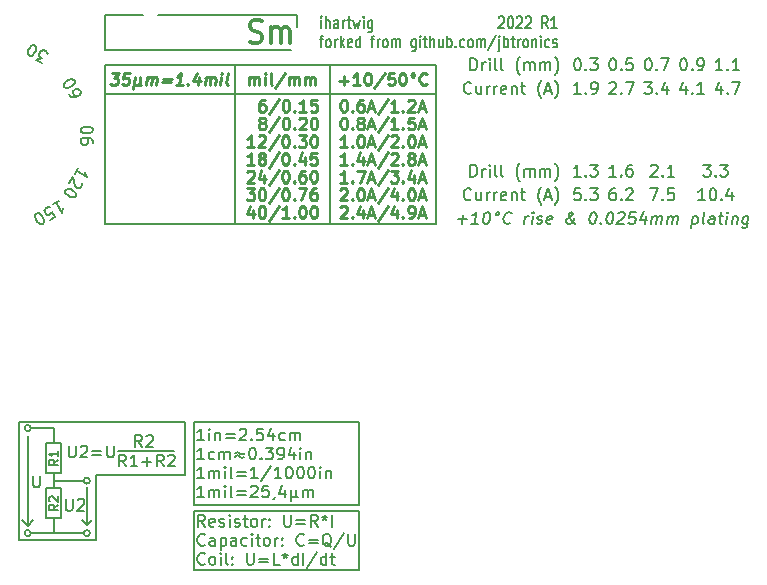
<source format=gbr>
%TF.GenerationSoftware,KiCad,Pcbnew,(6.0.5-0)*%
%TF.CreationDate,2022-12-25T00:01:24-08:00*%
%TF.ProjectId,PCBRulerSmaller,50434252-756c-4657-9253-6d616c6c6572,1.0*%
%TF.SameCoordinates,PX510ff40PY5d75c80*%
%TF.FileFunction,Legend,Top*%
%TF.FilePolarity,Positive*%
%FSLAX46Y46*%
G04 Gerber Fmt 4.6, Leading zero omitted, Abs format (unit mm)*
G04 Created by KiCad (PCBNEW (6.0.5-0)) date 2022-12-25 00:01:24*
%MOMM*%
%LPD*%
G01*
G04 APERTURE LIST*
%ADD10C,0.200000*%
%ADD11C,0.150000*%
%ADD12C,0.300000*%
%ADD13C,0.250000*%
G04 APERTURE END LIST*
D10*
X26000000Y-2250000D02*
X26000000Y-3250000D01*
X9750000Y-5250000D02*
X25500000Y-5250000D01*
X14250000Y-2250000D02*
X26000000Y-2250000D01*
X9750000Y-2250000D02*
X13000000Y-2250000D01*
X9750000Y-5250000D02*
X9750000Y-2250000D01*
D11*
X28038095Y-3397380D02*
X28038095Y-2730714D01*
X28038095Y-2397380D02*
X28000000Y-2445000D01*
X28038095Y-2492619D01*
X28076190Y-2445000D01*
X28038095Y-2397380D01*
X28038095Y-2492619D01*
X28419047Y-3397380D02*
X28419047Y-2397380D01*
X28761904Y-3397380D02*
X28761904Y-2873571D01*
X28723809Y-2778333D01*
X28647619Y-2730714D01*
X28533333Y-2730714D01*
X28457142Y-2778333D01*
X28419047Y-2825952D01*
X29485714Y-3397380D02*
X29485714Y-2873571D01*
X29447619Y-2778333D01*
X29371428Y-2730714D01*
X29219047Y-2730714D01*
X29142857Y-2778333D01*
X29485714Y-3349761D02*
X29409523Y-3397380D01*
X29219047Y-3397380D01*
X29142857Y-3349761D01*
X29104761Y-3254523D01*
X29104761Y-3159285D01*
X29142857Y-3064047D01*
X29219047Y-3016428D01*
X29409523Y-3016428D01*
X29485714Y-2968809D01*
X29866666Y-3397380D02*
X29866666Y-2730714D01*
X29866666Y-2921190D02*
X29904761Y-2825952D01*
X29942857Y-2778333D01*
X30019047Y-2730714D01*
X30095238Y-2730714D01*
X30247619Y-2730714D02*
X30552380Y-2730714D01*
X30361904Y-2397380D02*
X30361904Y-3254523D01*
X30400000Y-3349761D01*
X30476190Y-3397380D01*
X30552380Y-3397380D01*
X30742857Y-2730714D02*
X30895238Y-3397380D01*
X31047619Y-2921190D01*
X31200000Y-3397380D01*
X31352380Y-2730714D01*
X31657142Y-3397380D02*
X31657142Y-2730714D01*
X31657142Y-2397380D02*
X31619047Y-2445000D01*
X31657142Y-2492619D01*
X31695238Y-2445000D01*
X31657142Y-2397380D01*
X31657142Y-2492619D01*
X32380952Y-2730714D02*
X32380952Y-3540238D01*
X32342857Y-3635476D01*
X32304761Y-3683095D01*
X32228571Y-3730714D01*
X32114285Y-3730714D01*
X32038095Y-3683095D01*
X32380952Y-3349761D02*
X32304761Y-3397380D01*
X32152380Y-3397380D01*
X32076190Y-3349761D01*
X32038095Y-3302142D01*
X32000000Y-3206904D01*
X32000000Y-2921190D01*
X32038095Y-2825952D01*
X32076190Y-2778333D01*
X32152380Y-2730714D01*
X32304761Y-2730714D01*
X32380952Y-2778333D01*
X43085714Y-2492619D02*
X43123809Y-2445000D01*
X43200000Y-2397380D01*
X43390476Y-2397380D01*
X43466666Y-2445000D01*
X43504761Y-2492619D01*
X43542857Y-2587857D01*
X43542857Y-2683095D01*
X43504761Y-2825952D01*
X43047619Y-3397380D01*
X43542857Y-3397380D01*
X44038095Y-2397380D02*
X44114285Y-2397380D01*
X44190476Y-2445000D01*
X44228571Y-2492619D01*
X44266666Y-2587857D01*
X44304761Y-2778333D01*
X44304761Y-3016428D01*
X44266666Y-3206904D01*
X44228571Y-3302142D01*
X44190476Y-3349761D01*
X44114285Y-3397380D01*
X44038095Y-3397380D01*
X43961904Y-3349761D01*
X43923809Y-3302142D01*
X43885714Y-3206904D01*
X43847619Y-3016428D01*
X43847619Y-2778333D01*
X43885714Y-2587857D01*
X43923809Y-2492619D01*
X43961904Y-2445000D01*
X44038095Y-2397380D01*
X44609523Y-2492619D02*
X44647619Y-2445000D01*
X44723809Y-2397380D01*
X44914285Y-2397380D01*
X44990476Y-2445000D01*
X45028571Y-2492619D01*
X45066666Y-2587857D01*
X45066666Y-2683095D01*
X45028571Y-2825952D01*
X44571428Y-3397380D01*
X45066666Y-3397380D01*
X45371428Y-2492619D02*
X45409523Y-2445000D01*
X45485714Y-2397380D01*
X45676190Y-2397380D01*
X45752380Y-2445000D01*
X45790476Y-2492619D01*
X45828571Y-2587857D01*
X45828571Y-2683095D01*
X45790476Y-2825952D01*
X45333333Y-3397380D01*
X45828571Y-3397380D01*
X47238095Y-3397380D02*
X46971428Y-2921190D01*
X46780952Y-3397380D02*
X46780952Y-2397380D01*
X47085714Y-2397380D01*
X47161904Y-2445000D01*
X47200000Y-2492619D01*
X47238095Y-2587857D01*
X47238095Y-2730714D01*
X47200000Y-2825952D01*
X47161904Y-2873571D01*
X47085714Y-2921190D01*
X46780952Y-2921190D01*
X48000000Y-3397380D02*
X47542857Y-3397380D01*
X47771428Y-3397380D02*
X47771428Y-2397380D01*
X47695238Y-2540238D01*
X47619047Y-2635476D01*
X47542857Y-2683095D01*
X27904761Y-4340714D02*
X28209523Y-4340714D01*
X28019047Y-5007380D02*
X28019047Y-4150238D01*
X28057142Y-4055000D01*
X28133333Y-4007380D01*
X28209523Y-4007380D01*
X28590476Y-5007380D02*
X28514285Y-4959761D01*
X28476190Y-4912142D01*
X28438095Y-4816904D01*
X28438095Y-4531190D01*
X28476190Y-4435952D01*
X28514285Y-4388333D01*
X28590476Y-4340714D01*
X28704761Y-4340714D01*
X28780952Y-4388333D01*
X28819047Y-4435952D01*
X28857142Y-4531190D01*
X28857142Y-4816904D01*
X28819047Y-4912142D01*
X28780952Y-4959761D01*
X28704761Y-5007380D01*
X28590476Y-5007380D01*
X29200000Y-5007380D02*
X29200000Y-4340714D01*
X29200000Y-4531190D02*
X29238095Y-4435952D01*
X29276190Y-4388333D01*
X29352380Y-4340714D01*
X29428571Y-4340714D01*
X29695238Y-5007380D02*
X29695238Y-4007380D01*
X29771428Y-4626428D02*
X30000000Y-5007380D01*
X30000000Y-4340714D02*
X29695238Y-4721666D01*
X30647619Y-4959761D02*
X30571428Y-5007380D01*
X30419047Y-5007380D01*
X30342857Y-4959761D01*
X30304761Y-4864523D01*
X30304761Y-4483571D01*
X30342857Y-4388333D01*
X30419047Y-4340714D01*
X30571428Y-4340714D01*
X30647619Y-4388333D01*
X30685714Y-4483571D01*
X30685714Y-4578809D01*
X30304761Y-4674047D01*
X31371428Y-5007380D02*
X31371428Y-4007380D01*
X31371428Y-4959761D02*
X31295238Y-5007380D01*
X31142857Y-5007380D01*
X31066666Y-4959761D01*
X31028571Y-4912142D01*
X30990476Y-4816904D01*
X30990476Y-4531190D01*
X31028571Y-4435952D01*
X31066666Y-4388333D01*
X31142857Y-4340714D01*
X31295238Y-4340714D01*
X31371428Y-4388333D01*
X32247619Y-4340714D02*
X32552380Y-4340714D01*
X32361904Y-5007380D02*
X32361904Y-4150238D01*
X32400000Y-4055000D01*
X32476190Y-4007380D01*
X32552380Y-4007380D01*
X32819047Y-5007380D02*
X32819047Y-4340714D01*
X32819047Y-4531190D02*
X32857142Y-4435952D01*
X32895238Y-4388333D01*
X32971428Y-4340714D01*
X33047619Y-4340714D01*
X33428571Y-5007380D02*
X33352380Y-4959761D01*
X33314285Y-4912142D01*
X33276190Y-4816904D01*
X33276190Y-4531190D01*
X33314285Y-4435952D01*
X33352380Y-4388333D01*
X33428571Y-4340714D01*
X33542857Y-4340714D01*
X33619047Y-4388333D01*
X33657142Y-4435952D01*
X33695238Y-4531190D01*
X33695238Y-4816904D01*
X33657142Y-4912142D01*
X33619047Y-4959761D01*
X33542857Y-5007380D01*
X33428571Y-5007380D01*
X34038095Y-5007380D02*
X34038095Y-4340714D01*
X34038095Y-4435952D02*
X34076190Y-4388333D01*
X34152380Y-4340714D01*
X34266666Y-4340714D01*
X34342857Y-4388333D01*
X34380952Y-4483571D01*
X34380952Y-5007380D01*
X34380952Y-4483571D02*
X34419047Y-4388333D01*
X34495238Y-4340714D01*
X34609523Y-4340714D01*
X34685714Y-4388333D01*
X34723809Y-4483571D01*
X34723809Y-5007380D01*
X36057142Y-4340714D02*
X36057142Y-5150238D01*
X36019047Y-5245476D01*
X35980952Y-5293095D01*
X35904761Y-5340714D01*
X35790476Y-5340714D01*
X35714285Y-5293095D01*
X36057142Y-4959761D02*
X35980952Y-5007380D01*
X35828571Y-5007380D01*
X35752380Y-4959761D01*
X35714285Y-4912142D01*
X35676190Y-4816904D01*
X35676190Y-4531190D01*
X35714285Y-4435952D01*
X35752380Y-4388333D01*
X35828571Y-4340714D01*
X35980952Y-4340714D01*
X36057142Y-4388333D01*
X36438095Y-5007380D02*
X36438095Y-4340714D01*
X36438095Y-4007380D02*
X36400000Y-4055000D01*
X36438095Y-4102619D01*
X36476190Y-4055000D01*
X36438095Y-4007380D01*
X36438095Y-4102619D01*
X36704761Y-4340714D02*
X37009523Y-4340714D01*
X36819047Y-4007380D02*
X36819047Y-4864523D01*
X36857142Y-4959761D01*
X36933333Y-5007380D01*
X37009523Y-5007380D01*
X37276190Y-5007380D02*
X37276190Y-4007380D01*
X37619047Y-5007380D02*
X37619047Y-4483571D01*
X37580952Y-4388333D01*
X37504761Y-4340714D01*
X37390476Y-4340714D01*
X37314285Y-4388333D01*
X37276190Y-4435952D01*
X38342857Y-4340714D02*
X38342857Y-5007380D01*
X38000000Y-4340714D02*
X38000000Y-4864523D01*
X38038095Y-4959761D01*
X38114285Y-5007380D01*
X38228571Y-5007380D01*
X38304761Y-4959761D01*
X38342857Y-4912142D01*
X38723809Y-5007380D02*
X38723809Y-4007380D01*
X38723809Y-4388333D02*
X38800000Y-4340714D01*
X38952380Y-4340714D01*
X39028571Y-4388333D01*
X39066666Y-4435952D01*
X39104761Y-4531190D01*
X39104761Y-4816904D01*
X39066666Y-4912142D01*
X39028571Y-4959761D01*
X38952380Y-5007380D01*
X38800000Y-5007380D01*
X38723809Y-4959761D01*
X39447619Y-4912142D02*
X39485714Y-4959761D01*
X39447619Y-5007380D01*
X39409523Y-4959761D01*
X39447619Y-4912142D01*
X39447619Y-5007380D01*
X40171428Y-4959761D02*
X40095238Y-5007380D01*
X39942857Y-5007380D01*
X39866666Y-4959761D01*
X39828571Y-4912142D01*
X39790476Y-4816904D01*
X39790476Y-4531190D01*
X39828571Y-4435952D01*
X39866666Y-4388333D01*
X39942857Y-4340714D01*
X40095238Y-4340714D01*
X40171428Y-4388333D01*
X40628571Y-5007380D02*
X40552380Y-4959761D01*
X40514285Y-4912142D01*
X40476190Y-4816904D01*
X40476190Y-4531190D01*
X40514285Y-4435952D01*
X40552380Y-4388333D01*
X40628571Y-4340714D01*
X40742857Y-4340714D01*
X40819047Y-4388333D01*
X40857142Y-4435952D01*
X40895238Y-4531190D01*
X40895238Y-4816904D01*
X40857142Y-4912142D01*
X40819047Y-4959761D01*
X40742857Y-5007380D01*
X40628571Y-5007380D01*
X41238095Y-5007380D02*
X41238095Y-4340714D01*
X41238095Y-4435952D02*
X41276190Y-4388333D01*
X41352380Y-4340714D01*
X41466666Y-4340714D01*
X41542857Y-4388333D01*
X41580952Y-4483571D01*
X41580952Y-5007380D01*
X41580952Y-4483571D02*
X41619047Y-4388333D01*
X41695238Y-4340714D01*
X41809523Y-4340714D01*
X41885714Y-4388333D01*
X41923809Y-4483571D01*
X41923809Y-5007380D01*
X42876190Y-3959761D02*
X42190476Y-5245476D01*
X43142857Y-4340714D02*
X43142857Y-5197857D01*
X43104761Y-5293095D01*
X43028571Y-5340714D01*
X42990476Y-5340714D01*
X43142857Y-4007380D02*
X43104761Y-4055000D01*
X43142857Y-4102619D01*
X43180952Y-4055000D01*
X43142857Y-4007380D01*
X43142857Y-4102619D01*
X43523809Y-5007380D02*
X43523809Y-4007380D01*
X43523809Y-4388333D02*
X43600000Y-4340714D01*
X43752380Y-4340714D01*
X43828571Y-4388333D01*
X43866666Y-4435952D01*
X43904761Y-4531190D01*
X43904761Y-4816904D01*
X43866666Y-4912142D01*
X43828571Y-4959761D01*
X43752380Y-5007380D01*
X43600000Y-5007380D01*
X43523809Y-4959761D01*
X44133333Y-4340714D02*
X44438095Y-4340714D01*
X44247619Y-4007380D02*
X44247619Y-4864523D01*
X44285714Y-4959761D01*
X44361904Y-5007380D01*
X44438095Y-5007380D01*
X44704761Y-5007380D02*
X44704761Y-4340714D01*
X44704761Y-4531190D02*
X44742857Y-4435952D01*
X44780952Y-4388333D01*
X44857142Y-4340714D01*
X44933333Y-4340714D01*
X45314285Y-5007380D02*
X45238095Y-4959761D01*
X45200000Y-4912142D01*
X45161904Y-4816904D01*
X45161904Y-4531190D01*
X45200000Y-4435952D01*
X45238095Y-4388333D01*
X45314285Y-4340714D01*
X45428571Y-4340714D01*
X45504761Y-4388333D01*
X45542857Y-4435952D01*
X45580952Y-4531190D01*
X45580952Y-4816904D01*
X45542857Y-4912142D01*
X45504761Y-4959761D01*
X45428571Y-5007380D01*
X45314285Y-5007380D01*
X45923809Y-4340714D02*
X45923809Y-5007380D01*
X45923809Y-4435952D02*
X45961904Y-4388333D01*
X46038095Y-4340714D01*
X46152380Y-4340714D01*
X46228571Y-4388333D01*
X46266666Y-4483571D01*
X46266666Y-5007380D01*
X46647619Y-5007380D02*
X46647619Y-4340714D01*
X46647619Y-4007380D02*
X46609523Y-4055000D01*
X46647619Y-4102619D01*
X46685714Y-4055000D01*
X46647619Y-4007380D01*
X46647619Y-4102619D01*
X47371428Y-4959761D02*
X47295238Y-5007380D01*
X47142857Y-5007380D01*
X47066666Y-4959761D01*
X47028571Y-4912142D01*
X46990476Y-4816904D01*
X46990476Y-4531190D01*
X47028571Y-4435952D01*
X47066666Y-4388333D01*
X47142857Y-4340714D01*
X47295238Y-4340714D01*
X47371428Y-4388333D01*
X47676190Y-4959761D02*
X47752380Y-5007380D01*
X47904761Y-5007380D01*
X47980952Y-4959761D01*
X48019047Y-4864523D01*
X48019047Y-4816904D01*
X47980952Y-4721666D01*
X47904761Y-4674047D01*
X47790476Y-4674047D01*
X47714285Y-4626428D01*
X47676190Y-4531190D01*
X47676190Y-4483571D01*
X47714285Y-4388333D01*
X47790476Y-4340714D01*
X47904761Y-4340714D01*
X47980952Y-4388333D01*
D10*
X17250000Y-44250000D02*
X17250000Y-44250000D01*
X9750000Y-9000000D02*
X9750000Y-9000000D01*
X28750000Y-6500000D02*
X28750000Y-6500000D01*
X17250000Y-49250000D02*
X17250000Y-44250000D01*
X31250000Y-43750000D02*
X31250000Y-36750000D01*
X20750000Y-6500000D02*
X20750000Y-20000000D01*
X16500000Y-36750000D02*
X2500000Y-36750000D01*
X9750000Y-6500000D02*
X37750000Y-6500000D01*
X9000000Y-41250000D02*
X16500000Y-41250000D01*
X2500000Y-46750000D02*
X9000000Y-46750000D01*
X9750000Y-6500000D02*
X9750000Y-20000000D01*
X17250000Y-36750000D02*
X17250000Y-43750000D01*
X17250000Y-43750000D02*
X31250000Y-43750000D01*
X28750000Y-20000000D02*
X28750000Y-6500000D01*
X9000000Y-46750000D02*
X9000000Y-41250000D01*
X2500000Y-36750000D02*
X2500000Y-46750000D01*
X16500000Y-41250000D02*
X16500000Y-36750000D01*
X37750000Y-9000000D02*
X9750000Y-9000000D01*
X37750000Y-6500000D02*
X37750000Y-20000000D01*
X17250000Y-44250000D02*
X31250000Y-44250000D01*
X9750000Y-20000000D02*
X37750000Y-20000000D01*
X31250000Y-49250000D02*
X17250000Y-49250000D01*
X31250000Y-36750000D02*
X17250000Y-36750000D01*
X31250000Y-44250000D02*
X31250000Y-49250000D01*
D12*
X22035714Y-4559523D02*
X22292857Y-4654761D01*
X22721428Y-4654761D01*
X22892857Y-4559523D01*
X22978571Y-4464285D01*
X23064285Y-4273809D01*
X23064285Y-4083333D01*
X22978571Y-3892857D01*
X22892857Y-3797619D01*
X22721428Y-3702380D01*
X22378571Y-3607142D01*
X22207142Y-3511904D01*
X22121428Y-3416666D01*
X22035714Y-3226190D01*
X22035714Y-3035714D01*
X22121428Y-2845238D01*
X22207142Y-2750000D01*
X22378571Y-2654761D01*
X22807142Y-2654761D01*
X23064285Y-2750000D01*
X23835714Y-4654761D02*
X23835714Y-3321428D01*
X23835714Y-3511904D02*
X23921428Y-3416666D01*
X24092857Y-3321428D01*
X24350000Y-3321428D01*
X24521428Y-3416666D01*
X24607142Y-3607142D01*
X24607142Y-4654761D01*
X24607142Y-3607142D02*
X24692857Y-3416666D01*
X24864285Y-3321428D01*
X25121428Y-3321428D01*
X25292857Y-3416666D01*
X25378571Y-3607142D01*
X25378571Y-4654761D01*
D13*
X22964285Y-11380952D02*
X22869047Y-11333333D01*
X22821428Y-11285714D01*
X22773809Y-11190476D01*
X22773809Y-11142857D01*
X22821428Y-11047619D01*
X22869047Y-11000000D01*
X22964285Y-10952380D01*
X23154761Y-10952380D01*
X23250000Y-11000000D01*
X23297619Y-11047619D01*
X23345238Y-11142857D01*
X23345238Y-11190476D01*
X23297619Y-11285714D01*
X23250000Y-11333333D01*
X23154761Y-11380952D01*
X22964285Y-11380952D01*
X22869047Y-11428571D01*
X22821428Y-11476190D01*
X22773809Y-11571428D01*
X22773809Y-11761904D01*
X22821428Y-11857142D01*
X22869047Y-11904761D01*
X22964285Y-11952380D01*
X23154761Y-11952380D01*
X23250000Y-11904761D01*
X23297619Y-11857142D01*
X23345238Y-11761904D01*
X23345238Y-11571428D01*
X23297619Y-11476190D01*
X23250000Y-11428571D01*
X23154761Y-11380952D01*
X24488095Y-10904761D02*
X23630952Y-12190476D01*
X25011904Y-10952380D02*
X25107142Y-10952380D01*
X25202380Y-11000000D01*
X25250000Y-11047619D01*
X25297619Y-11142857D01*
X25345238Y-11333333D01*
X25345238Y-11571428D01*
X25297619Y-11761904D01*
X25250000Y-11857142D01*
X25202380Y-11904761D01*
X25107142Y-11952380D01*
X25011904Y-11952380D01*
X24916666Y-11904761D01*
X24869047Y-11857142D01*
X24821428Y-11761904D01*
X24773809Y-11571428D01*
X24773809Y-11333333D01*
X24821428Y-11142857D01*
X24869047Y-11047619D01*
X24916666Y-11000000D01*
X25011904Y-10952380D01*
X25773809Y-11857142D02*
X25821428Y-11904761D01*
X25773809Y-11952380D01*
X25726190Y-11904761D01*
X25773809Y-11857142D01*
X25773809Y-11952380D01*
X26202380Y-11047619D02*
X26250000Y-11000000D01*
X26345238Y-10952380D01*
X26583333Y-10952380D01*
X26678571Y-11000000D01*
X26726190Y-11047619D01*
X26773809Y-11142857D01*
X26773809Y-11238095D01*
X26726190Y-11380952D01*
X26154761Y-11952380D01*
X26773809Y-11952380D01*
X27392857Y-10952380D02*
X27488095Y-10952380D01*
X27583333Y-11000000D01*
X27630952Y-11047619D01*
X27678571Y-11142857D01*
X27726190Y-11333333D01*
X27726190Y-11571428D01*
X27678571Y-11761904D01*
X27630952Y-11857142D01*
X27583333Y-11904761D01*
X27488095Y-11952380D01*
X27392857Y-11952380D01*
X27297619Y-11904761D01*
X27250000Y-11857142D01*
X27202380Y-11761904D01*
X27154761Y-11571428D01*
X27154761Y-11333333D01*
X27202380Y-11142857D01*
X27250000Y-11047619D01*
X27297619Y-11000000D01*
X27392857Y-10952380D01*
X22369047Y-13452380D02*
X21797619Y-13452380D01*
X22083333Y-13452380D02*
X22083333Y-12452380D01*
X21988095Y-12595238D01*
X21892857Y-12690476D01*
X21797619Y-12738095D01*
X22750000Y-12547619D02*
X22797619Y-12500000D01*
X22892857Y-12452380D01*
X23130952Y-12452380D01*
X23226190Y-12500000D01*
X23273809Y-12547619D01*
X23321428Y-12642857D01*
X23321428Y-12738095D01*
X23273809Y-12880952D01*
X22702380Y-13452380D01*
X23321428Y-13452380D01*
X24464285Y-12404761D02*
X23607142Y-13690476D01*
X24988095Y-12452380D02*
X25083333Y-12452380D01*
X25178571Y-12500000D01*
X25226190Y-12547619D01*
X25273809Y-12642857D01*
X25321428Y-12833333D01*
X25321428Y-13071428D01*
X25273809Y-13261904D01*
X25226190Y-13357142D01*
X25178571Y-13404761D01*
X25083333Y-13452380D01*
X24988095Y-13452380D01*
X24892857Y-13404761D01*
X24845238Y-13357142D01*
X24797619Y-13261904D01*
X24750000Y-13071428D01*
X24750000Y-12833333D01*
X24797619Y-12642857D01*
X24845238Y-12547619D01*
X24892857Y-12500000D01*
X24988095Y-12452380D01*
X25750000Y-13357142D02*
X25797619Y-13404761D01*
X25750000Y-13452380D01*
X25702380Y-13404761D01*
X25750000Y-13357142D01*
X25750000Y-13452380D01*
X26130952Y-12452380D02*
X26750000Y-12452380D01*
X26416666Y-12833333D01*
X26559523Y-12833333D01*
X26654761Y-12880952D01*
X26702380Y-12928571D01*
X26750000Y-13023809D01*
X26750000Y-13261904D01*
X26702380Y-13357142D01*
X26654761Y-13404761D01*
X26559523Y-13452380D01*
X26273809Y-13452380D01*
X26178571Y-13404761D01*
X26130952Y-13357142D01*
X27369047Y-12452380D02*
X27464285Y-12452380D01*
X27559523Y-12500000D01*
X27607142Y-12547619D01*
X27654761Y-12642857D01*
X27702380Y-12833333D01*
X27702380Y-13071428D01*
X27654761Y-13261904D01*
X27607142Y-13357142D01*
X27559523Y-13404761D01*
X27464285Y-13452380D01*
X27369047Y-13452380D01*
X27273809Y-13404761D01*
X27226190Y-13357142D01*
X27178571Y-13261904D01*
X27130952Y-13071428D01*
X27130952Y-12833333D01*
X27178571Y-12642857D01*
X27226190Y-12547619D01*
X27273809Y-12500000D01*
X27369047Y-12452380D01*
X22369047Y-14952380D02*
X21797619Y-14952380D01*
X22083333Y-14952380D02*
X22083333Y-13952380D01*
X21988095Y-14095238D01*
X21892857Y-14190476D01*
X21797619Y-14238095D01*
X22940476Y-14380952D02*
X22845238Y-14333333D01*
X22797619Y-14285714D01*
X22750000Y-14190476D01*
X22750000Y-14142857D01*
X22797619Y-14047619D01*
X22845238Y-14000000D01*
X22940476Y-13952380D01*
X23130952Y-13952380D01*
X23226190Y-14000000D01*
X23273809Y-14047619D01*
X23321428Y-14142857D01*
X23321428Y-14190476D01*
X23273809Y-14285714D01*
X23226190Y-14333333D01*
X23130952Y-14380952D01*
X22940476Y-14380952D01*
X22845238Y-14428571D01*
X22797619Y-14476190D01*
X22750000Y-14571428D01*
X22750000Y-14761904D01*
X22797619Y-14857142D01*
X22845238Y-14904761D01*
X22940476Y-14952380D01*
X23130952Y-14952380D01*
X23226190Y-14904761D01*
X23273809Y-14857142D01*
X23321428Y-14761904D01*
X23321428Y-14571428D01*
X23273809Y-14476190D01*
X23226190Y-14428571D01*
X23130952Y-14380952D01*
X24464285Y-13904761D02*
X23607142Y-15190476D01*
X24988095Y-13952380D02*
X25083333Y-13952380D01*
X25178571Y-14000000D01*
X25226190Y-14047619D01*
X25273809Y-14142857D01*
X25321428Y-14333333D01*
X25321428Y-14571428D01*
X25273809Y-14761904D01*
X25226190Y-14857142D01*
X25178571Y-14904761D01*
X25083333Y-14952380D01*
X24988095Y-14952380D01*
X24892857Y-14904761D01*
X24845238Y-14857142D01*
X24797619Y-14761904D01*
X24750000Y-14571428D01*
X24750000Y-14333333D01*
X24797619Y-14142857D01*
X24845238Y-14047619D01*
X24892857Y-14000000D01*
X24988095Y-13952380D01*
X25750000Y-14857142D02*
X25797619Y-14904761D01*
X25750000Y-14952380D01*
X25702380Y-14904761D01*
X25750000Y-14857142D01*
X25750000Y-14952380D01*
X26654761Y-14285714D02*
X26654761Y-14952380D01*
X26416666Y-13904761D02*
X26178571Y-14619047D01*
X26797619Y-14619047D01*
X27654761Y-13952380D02*
X27178571Y-13952380D01*
X27130952Y-14428571D01*
X27178571Y-14380952D01*
X27273809Y-14333333D01*
X27511904Y-14333333D01*
X27607142Y-14380952D01*
X27654761Y-14428571D01*
X27702380Y-14523809D01*
X27702380Y-14761904D01*
X27654761Y-14857142D01*
X27607142Y-14904761D01*
X27511904Y-14952380D01*
X27273809Y-14952380D01*
X27178571Y-14904761D01*
X27130952Y-14857142D01*
X21797619Y-15547619D02*
X21845238Y-15500000D01*
X21940476Y-15452380D01*
X22178571Y-15452380D01*
X22273809Y-15500000D01*
X22321428Y-15547619D01*
X22369047Y-15642857D01*
X22369047Y-15738095D01*
X22321428Y-15880952D01*
X21750000Y-16452380D01*
X22369047Y-16452380D01*
X23226190Y-15785714D02*
X23226190Y-16452380D01*
X22988095Y-15404761D02*
X22750000Y-16119047D01*
X23369047Y-16119047D01*
X24464285Y-15404761D02*
X23607142Y-16690476D01*
X24988095Y-15452380D02*
X25083333Y-15452380D01*
X25178571Y-15500000D01*
X25226190Y-15547619D01*
X25273809Y-15642857D01*
X25321428Y-15833333D01*
X25321428Y-16071428D01*
X25273809Y-16261904D01*
X25226190Y-16357142D01*
X25178571Y-16404761D01*
X25083333Y-16452380D01*
X24988095Y-16452380D01*
X24892857Y-16404761D01*
X24845238Y-16357142D01*
X24797619Y-16261904D01*
X24750000Y-16071428D01*
X24750000Y-15833333D01*
X24797619Y-15642857D01*
X24845238Y-15547619D01*
X24892857Y-15500000D01*
X24988095Y-15452380D01*
X25750000Y-16357142D02*
X25797619Y-16404761D01*
X25750000Y-16452380D01*
X25702380Y-16404761D01*
X25750000Y-16357142D01*
X25750000Y-16452380D01*
X26654761Y-15452380D02*
X26464285Y-15452380D01*
X26369047Y-15500000D01*
X26321428Y-15547619D01*
X26226190Y-15690476D01*
X26178571Y-15880952D01*
X26178571Y-16261904D01*
X26226190Y-16357142D01*
X26273809Y-16404761D01*
X26369047Y-16452380D01*
X26559523Y-16452380D01*
X26654761Y-16404761D01*
X26702380Y-16357142D01*
X26750000Y-16261904D01*
X26750000Y-16023809D01*
X26702380Y-15928571D01*
X26654761Y-15880952D01*
X26559523Y-15833333D01*
X26369047Y-15833333D01*
X26273809Y-15880952D01*
X26226190Y-15928571D01*
X26178571Y-16023809D01*
X27369047Y-15452380D02*
X27464285Y-15452380D01*
X27559523Y-15500000D01*
X27607142Y-15547619D01*
X27654761Y-15642857D01*
X27702380Y-15833333D01*
X27702380Y-16071428D01*
X27654761Y-16261904D01*
X27607142Y-16357142D01*
X27559523Y-16404761D01*
X27464285Y-16452380D01*
X27369047Y-16452380D01*
X27273809Y-16404761D01*
X27226190Y-16357142D01*
X27178571Y-16261904D01*
X27130952Y-16071428D01*
X27130952Y-15833333D01*
X27178571Y-15642857D01*
X27226190Y-15547619D01*
X27273809Y-15500000D01*
X27369047Y-15452380D01*
X21750000Y-16952380D02*
X22369047Y-16952380D01*
X22035714Y-17333333D01*
X22178571Y-17333333D01*
X22273809Y-17380952D01*
X22321428Y-17428571D01*
X22369047Y-17523809D01*
X22369047Y-17761904D01*
X22321428Y-17857142D01*
X22273809Y-17904761D01*
X22178571Y-17952380D01*
X21892857Y-17952380D01*
X21797619Y-17904761D01*
X21750000Y-17857142D01*
X22988095Y-16952380D02*
X23083333Y-16952380D01*
X23178571Y-17000000D01*
X23226190Y-17047619D01*
X23273809Y-17142857D01*
X23321428Y-17333333D01*
X23321428Y-17571428D01*
X23273809Y-17761904D01*
X23226190Y-17857142D01*
X23178571Y-17904761D01*
X23083333Y-17952380D01*
X22988095Y-17952380D01*
X22892857Y-17904761D01*
X22845238Y-17857142D01*
X22797619Y-17761904D01*
X22750000Y-17571428D01*
X22750000Y-17333333D01*
X22797619Y-17142857D01*
X22845238Y-17047619D01*
X22892857Y-17000000D01*
X22988095Y-16952380D01*
X24464285Y-16904761D02*
X23607142Y-18190476D01*
X24988095Y-16952380D02*
X25083333Y-16952380D01*
X25178571Y-17000000D01*
X25226190Y-17047619D01*
X25273809Y-17142857D01*
X25321428Y-17333333D01*
X25321428Y-17571428D01*
X25273809Y-17761904D01*
X25226190Y-17857142D01*
X25178571Y-17904761D01*
X25083333Y-17952380D01*
X24988095Y-17952380D01*
X24892857Y-17904761D01*
X24845238Y-17857142D01*
X24797619Y-17761904D01*
X24750000Y-17571428D01*
X24750000Y-17333333D01*
X24797619Y-17142857D01*
X24845238Y-17047619D01*
X24892857Y-17000000D01*
X24988095Y-16952380D01*
X25750000Y-17857142D02*
X25797619Y-17904761D01*
X25750000Y-17952380D01*
X25702380Y-17904761D01*
X25750000Y-17857142D01*
X25750000Y-17952380D01*
X26130952Y-16952380D02*
X26797619Y-16952380D01*
X26369047Y-17952380D01*
X27607142Y-16952380D02*
X27416666Y-16952380D01*
X27321428Y-17000000D01*
X27273809Y-17047619D01*
X27178571Y-17190476D01*
X27130952Y-17380952D01*
X27130952Y-17761904D01*
X27178571Y-17857142D01*
X27226190Y-17904761D01*
X27321428Y-17952380D01*
X27511904Y-17952380D01*
X27607142Y-17904761D01*
X27654761Y-17857142D01*
X27702380Y-17761904D01*
X27702380Y-17523809D01*
X27654761Y-17428571D01*
X27607142Y-17380952D01*
X27511904Y-17333333D01*
X27321428Y-17333333D01*
X27226190Y-17380952D01*
X27178571Y-17428571D01*
X27130952Y-17523809D01*
X22273809Y-18785714D02*
X22273809Y-19452380D01*
X22035714Y-18404761D02*
X21797619Y-19119047D01*
X22416666Y-19119047D01*
X22988095Y-18452380D02*
X23083333Y-18452380D01*
X23178571Y-18500000D01*
X23226190Y-18547619D01*
X23273809Y-18642857D01*
X23321428Y-18833333D01*
X23321428Y-19071428D01*
X23273809Y-19261904D01*
X23226190Y-19357142D01*
X23178571Y-19404761D01*
X23083333Y-19452380D01*
X22988095Y-19452380D01*
X22892857Y-19404761D01*
X22845238Y-19357142D01*
X22797619Y-19261904D01*
X22750000Y-19071428D01*
X22750000Y-18833333D01*
X22797619Y-18642857D01*
X22845238Y-18547619D01*
X22892857Y-18500000D01*
X22988095Y-18452380D01*
X24464285Y-18404761D02*
X23607142Y-19690476D01*
X25321428Y-19452380D02*
X24750000Y-19452380D01*
X25035714Y-19452380D02*
X25035714Y-18452380D01*
X24940476Y-18595238D01*
X24845238Y-18690476D01*
X24750000Y-18738095D01*
X25750000Y-19357142D02*
X25797619Y-19404761D01*
X25750000Y-19452380D01*
X25702380Y-19404761D01*
X25750000Y-19357142D01*
X25750000Y-19452380D01*
X26416666Y-18452380D02*
X26511904Y-18452380D01*
X26607142Y-18500000D01*
X26654761Y-18547619D01*
X26702380Y-18642857D01*
X26750000Y-18833333D01*
X26750000Y-19071428D01*
X26702380Y-19261904D01*
X26654761Y-19357142D01*
X26607142Y-19404761D01*
X26511904Y-19452380D01*
X26416666Y-19452380D01*
X26321428Y-19404761D01*
X26273809Y-19357142D01*
X26226190Y-19261904D01*
X26178571Y-19071428D01*
X26178571Y-18833333D01*
X26226190Y-18642857D01*
X26273809Y-18547619D01*
X26321428Y-18500000D01*
X26416666Y-18452380D01*
X27369047Y-18452380D02*
X27464285Y-18452380D01*
X27559523Y-18500000D01*
X27607142Y-18547619D01*
X27654761Y-18642857D01*
X27702380Y-18833333D01*
X27702380Y-19071428D01*
X27654761Y-19261904D01*
X27607142Y-19357142D01*
X27559523Y-19404761D01*
X27464285Y-19452380D01*
X27369047Y-19452380D01*
X27273809Y-19404761D01*
X27226190Y-19357142D01*
X27178571Y-19261904D01*
X27130952Y-19071428D01*
X27130952Y-18833333D01*
X27178571Y-18642857D01*
X27226190Y-18547619D01*
X27273809Y-18500000D01*
X27369047Y-18452380D01*
X29559523Y-7821428D02*
X30321428Y-7821428D01*
X29940476Y-8202380D02*
X29940476Y-7440476D01*
X31321428Y-8202380D02*
X30750000Y-8202380D01*
X31035714Y-8202380D02*
X31035714Y-7202380D01*
X30940476Y-7345238D01*
X30845238Y-7440476D01*
X30750000Y-7488095D01*
X31940476Y-7202380D02*
X32035714Y-7202380D01*
X32130952Y-7250000D01*
X32178571Y-7297619D01*
X32226190Y-7392857D01*
X32273809Y-7583333D01*
X32273809Y-7821428D01*
X32226190Y-8011904D01*
X32178571Y-8107142D01*
X32130952Y-8154761D01*
X32035714Y-8202380D01*
X31940476Y-8202380D01*
X31845238Y-8154761D01*
X31797619Y-8107142D01*
X31750000Y-8011904D01*
X31702380Y-7821428D01*
X31702380Y-7583333D01*
X31750000Y-7392857D01*
X31797619Y-7297619D01*
X31845238Y-7250000D01*
X31940476Y-7202380D01*
X33416666Y-7154761D02*
X32559523Y-8440476D01*
X34226190Y-7202380D02*
X33750000Y-7202380D01*
X33702380Y-7678571D01*
X33750000Y-7630952D01*
X33845238Y-7583333D01*
X34083333Y-7583333D01*
X34178571Y-7630952D01*
X34226190Y-7678571D01*
X34273809Y-7773809D01*
X34273809Y-8011904D01*
X34226190Y-8107142D01*
X34178571Y-8154761D01*
X34083333Y-8202380D01*
X33845238Y-8202380D01*
X33750000Y-8154761D01*
X33702380Y-8107142D01*
X34892857Y-7202380D02*
X34988095Y-7202380D01*
X35083333Y-7250000D01*
X35130952Y-7297619D01*
X35178571Y-7392857D01*
X35226190Y-7583333D01*
X35226190Y-7821428D01*
X35178571Y-8011904D01*
X35130952Y-8107142D01*
X35083333Y-8154761D01*
X34988095Y-8202380D01*
X34892857Y-8202380D01*
X34797619Y-8154761D01*
X34750000Y-8107142D01*
X34702380Y-8011904D01*
X34654761Y-7821428D01*
X34654761Y-7583333D01*
X34702380Y-7392857D01*
X34750000Y-7297619D01*
X34797619Y-7250000D01*
X34892857Y-7202380D01*
X35797619Y-7202380D02*
X35702380Y-7250000D01*
X35654761Y-7345238D01*
X35702380Y-7440476D01*
X35797619Y-7488095D01*
X35892857Y-7440476D01*
X35940476Y-7345238D01*
X35892857Y-7250000D01*
X35797619Y-7202380D01*
X36988095Y-8107142D02*
X36940476Y-8154761D01*
X36797619Y-8202380D01*
X36702380Y-8202380D01*
X36559523Y-8154761D01*
X36464285Y-8059523D01*
X36416666Y-7964285D01*
X36369047Y-7773809D01*
X36369047Y-7630952D01*
X36416666Y-7440476D01*
X36464285Y-7345238D01*
X36559523Y-7250000D01*
X36702380Y-7202380D01*
X36797619Y-7202380D01*
X36940476Y-7250000D01*
X36988095Y-7297619D01*
X29678571Y-18547619D02*
X29726190Y-18500000D01*
X29821428Y-18452380D01*
X30059523Y-18452380D01*
X30154761Y-18500000D01*
X30202380Y-18547619D01*
X30250000Y-18642857D01*
X30250000Y-18738095D01*
X30202380Y-18880952D01*
X29630952Y-19452380D01*
X30250000Y-19452380D01*
X30678571Y-19357142D02*
X30726190Y-19404761D01*
X30678571Y-19452380D01*
X30630952Y-19404761D01*
X30678571Y-19357142D01*
X30678571Y-19452380D01*
X31583333Y-18785714D02*
X31583333Y-19452380D01*
X31345238Y-18404761D02*
X31107142Y-19119047D01*
X31726190Y-19119047D01*
X32059523Y-19166666D02*
X32535714Y-19166666D01*
X31964285Y-19452380D02*
X32297619Y-18452380D01*
X32630952Y-19452380D01*
X33678571Y-18404761D02*
X32821428Y-19690476D01*
X34440476Y-18785714D02*
X34440476Y-19452380D01*
X34202380Y-18404761D02*
X33964285Y-19119047D01*
X34583333Y-19119047D01*
X34964285Y-19357142D02*
X35011904Y-19404761D01*
X34964285Y-19452380D01*
X34916666Y-19404761D01*
X34964285Y-19357142D01*
X34964285Y-19452380D01*
X35488095Y-19452380D02*
X35678571Y-19452380D01*
X35773809Y-19404761D01*
X35821428Y-19357142D01*
X35916666Y-19214285D01*
X35964285Y-19023809D01*
X35964285Y-18642857D01*
X35916666Y-18547619D01*
X35869047Y-18500000D01*
X35773809Y-18452380D01*
X35583333Y-18452380D01*
X35488095Y-18500000D01*
X35440476Y-18547619D01*
X35392857Y-18642857D01*
X35392857Y-18880952D01*
X35440476Y-18976190D01*
X35488095Y-19023809D01*
X35583333Y-19071428D01*
X35773809Y-19071428D01*
X35869047Y-19023809D01*
X35916666Y-18976190D01*
X35964285Y-18880952D01*
X36345238Y-19166666D02*
X36821428Y-19166666D01*
X36250000Y-19452380D02*
X36583333Y-18452380D01*
X36916666Y-19452380D01*
X29916666Y-9452380D02*
X30011904Y-9452380D01*
X30107142Y-9500000D01*
X30154761Y-9547619D01*
X30202380Y-9642857D01*
X30250000Y-9833333D01*
X30250000Y-10071428D01*
X30202380Y-10261904D01*
X30154761Y-10357142D01*
X30107142Y-10404761D01*
X30011904Y-10452380D01*
X29916666Y-10452380D01*
X29821428Y-10404761D01*
X29773809Y-10357142D01*
X29726190Y-10261904D01*
X29678571Y-10071428D01*
X29678571Y-9833333D01*
X29726190Y-9642857D01*
X29773809Y-9547619D01*
X29821428Y-9500000D01*
X29916666Y-9452380D01*
X30678571Y-10357142D02*
X30726190Y-10404761D01*
X30678571Y-10452380D01*
X30630952Y-10404761D01*
X30678571Y-10357142D01*
X30678571Y-10452380D01*
X31583333Y-9452380D02*
X31392857Y-9452380D01*
X31297619Y-9500000D01*
X31250000Y-9547619D01*
X31154761Y-9690476D01*
X31107142Y-9880952D01*
X31107142Y-10261904D01*
X31154761Y-10357142D01*
X31202380Y-10404761D01*
X31297619Y-10452380D01*
X31488095Y-10452380D01*
X31583333Y-10404761D01*
X31630952Y-10357142D01*
X31678571Y-10261904D01*
X31678571Y-10023809D01*
X31630952Y-9928571D01*
X31583333Y-9880952D01*
X31488095Y-9833333D01*
X31297619Y-9833333D01*
X31202380Y-9880952D01*
X31154761Y-9928571D01*
X31107142Y-10023809D01*
X32059523Y-10166666D02*
X32535714Y-10166666D01*
X31964285Y-10452380D02*
X32297619Y-9452380D01*
X32630952Y-10452380D01*
X33678571Y-9404761D02*
X32821428Y-10690476D01*
X34535714Y-10452380D02*
X33964285Y-10452380D01*
X34250000Y-10452380D02*
X34250000Y-9452380D01*
X34154761Y-9595238D01*
X34059523Y-9690476D01*
X33964285Y-9738095D01*
X34964285Y-10357142D02*
X35011904Y-10404761D01*
X34964285Y-10452380D01*
X34916666Y-10404761D01*
X34964285Y-10357142D01*
X34964285Y-10452380D01*
X35392857Y-9547619D02*
X35440476Y-9500000D01*
X35535714Y-9452380D01*
X35773809Y-9452380D01*
X35869047Y-9500000D01*
X35916666Y-9547619D01*
X35964285Y-9642857D01*
X35964285Y-9738095D01*
X35916666Y-9880952D01*
X35345238Y-10452380D01*
X35964285Y-10452380D01*
X36345238Y-10166666D02*
X36821428Y-10166666D01*
X36250000Y-10452380D02*
X36583333Y-9452380D01*
X36916666Y-10452380D01*
X29916666Y-10952380D02*
X30011904Y-10952380D01*
X30107142Y-11000000D01*
X30154761Y-11047619D01*
X30202380Y-11142857D01*
X30250000Y-11333333D01*
X30250000Y-11571428D01*
X30202380Y-11761904D01*
X30154761Y-11857142D01*
X30107142Y-11904761D01*
X30011904Y-11952380D01*
X29916666Y-11952380D01*
X29821428Y-11904761D01*
X29773809Y-11857142D01*
X29726190Y-11761904D01*
X29678571Y-11571428D01*
X29678571Y-11333333D01*
X29726190Y-11142857D01*
X29773809Y-11047619D01*
X29821428Y-11000000D01*
X29916666Y-10952380D01*
X30678571Y-11857142D02*
X30726190Y-11904761D01*
X30678571Y-11952380D01*
X30630952Y-11904761D01*
X30678571Y-11857142D01*
X30678571Y-11952380D01*
X31297619Y-11380952D02*
X31202380Y-11333333D01*
X31154761Y-11285714D01*
X31107142Y-11190476D01*
X31107142Y-11142857D01*
X31154761Y-11047619D01*
X31202380Y-11000000D01*
X31297619Y-10952380D01*
X31488095Y-10952380D01*
X31583333Y-11000000D01*
X31630952Y-11047619D01*
X31678571Y-11142857D01*
X31678571Y-11190476D01*
X31630952Y-11285714D01*
X31583333Y-11333333D01*
X31488095Y-11380952D01*
X31297619Y-11380952D01*
X31202380Y-11428571D01*
X31154761Y-11476190D01*
X31107142Y-11571428D01*
X31107142Y-11761904D01*
X31154761Y-11857142D01*
X31202380Y-11904761D01*
X31297619Y-11952380D01*
X31488095Y-11952380D01*
X31583333Y-11904761D01*
X31630952Y-11857142D01*
X31678571Y-11761904D01*
X31678571Y-11571428D01*
X31630952Y-11476190D01*
X31583333Y-11428571D01*
X31488095Y-11380952D01*
X32059523Y-11666666D02*
X32535714Y-11666666D01*
X31964285Y-11952380D02*
X32297619Y-10952380D01*
X32630952Y-11952380D01*
X33678571Y-10904761D02*
X32821428Y-12190476D01*
X34535714Y-11952380D02*
X33964285Y-11952380D01*
X34250000Y-11952380D02*
X34250000Y-10952380D01*
X34154761Y-11095238D01*
X34059523Y-11190476D01*
X33964285Y-11238095D01*
X34964285Y-11857142D02*
X35011904Y-11904761D01*
X34964285Y-11952380D01*
X34916666Y-11904761D01*
X34964285Y-11857142D01*
X34964285Y-11952380D01*
X35916666Y-10952380D02*
X35440476Y-10952380D01*
X35392857Y-11428571D01*
X35440476Y-11380952D01*
X35535714Y-11333333D01*
X35773809Y-11333333D01*
X35869047Y-11380952D01*
X35916666Y-11428571D01*
X35964285Y-11523809D01*
X35964285Y-11761904D01*
X35916666Y-11857142D01*
X35869047Y-11904761D01*
X35773809Y-11952380D01*
X35535714Y-11952380D01*
X35440476Y-11904761D01*
X35392857Y-11857142D01*
X36345238Y-11666666D02*
X36821428Y-11666666D01*
X36250000Y-11952380D02*
X36583333Y-10952380D01*
X36916666Y-11952380D01*
X30250000Y-13452380D02*
X29678571Y-13452380D01*
X29964285Y-13452380D02*
X29964285Y-12452380D01*
X29869047Y-12595238D01*
X29773809Y-12690476D01*
X29678571Y-12738095D01*
X30678571Y-13357142D02*
X30726190Y-13404761D01*
X30678571Y-13452380D01*
X30630952Y-13404761D01*
X30678571Y-13357142D01*
X30678571Y-13452380D01*
X31345238Y-12452380D02*
X31440476Y-12452380D01*
X31535714Y-12500000D01*
X31583333Y-12547619D01*
X31630952Y-12642857D01*
X31678571Y-12833333D01*
X31678571Y-13071428D01*
X31630952Y-13261904D01*
X31583333Y-13357142D01*
X31535714Y-13404761D01*
X31440476Y-13452380D01*
X31345238Y-13452380D01*
X31250000Y-13404761D01*
X31202380Y-13357142D01*
X31154761Y-13261904D01*
X31107142Y-13071428D01*
X31107142Y-12833333D01*
X31154761Y-12642857D01*
X31202380Y-12547619D01*
X31250000Y-12500000D01*
X31345238Y-12452380D01*
X32059523Y-13166666D02*
X32535714Y-13166666D01*
X31964285Y-13452380D02*
X32297619Y-12452380D01*
X32630952Y-13452380D01*
X33678571Y-12404761D02*
X32821428Y-13690476D01*
X33964285Y-12547619D02*
X34011904Y-12500000D01*
X34107142Y-12452380D01*
X34345238Y-12452380D01*
X34440476Y-12500000D01*
X34488095Y-12547619D01*
X34535714Y-12642857D01*
X34535714Y-12738095D01*
X34488095Y-12880952D01*
X33916666Y-13452380D01*
X34535714Y-13452380D01*
X34964285Y-13357142D02*
X35011904Y-13404761D01*
X34964285Y-13452380D01*
X34916666Y-13404761D01*
X34964285Y-13357142D01*
X34964285Y-13452380D01*
X35630952Y-12452380D02*
X35726190Y-12452380D01*
X35821428Y-12500000D01*
X35869047Y-12547619D01*
X35916666Y-12642857D01*
X35964285Y-12833333D01*
X35964285Y-13071428D01*
X35916666Y-13261904D01*
X35869047Y-13357142D01*
X35821428Y-13404761D01*
X35726190Y-13452380D01*
X35630952Y-13452380D01*
X35535714Y-13404761D01*
X35488095Y-13357142D01*
X35440476Y-13261904D01*
X35392857Y-13071428D01*
X35392857Y-12833333D01*
X35440476Y-12642857D01*
X35488095Y-12547619D01*
X35535714Y-12500000D01*
X35630952Y-12452380D01*
X36345238Y-13166666D02*
X36821428Y-13166666D01*
X36250000Y-13452380D02*
X36583333Y-12452380D01*
X36916666Y-13452380D01*
X30250000Y-14952380D02*
X29678571Y-14952380D01*
X29964285Y-14952380D02*
X29964285Y-13952380D01*
X29869047Y-14095238D01*
X29773809Y-14190476D01*
X29678571Y-14238095D01*
X30678571Y-14857142D02*
X30726190Y-14904761D01*
X30678571Y-14952380D01*
X30630952Y-14904761D01*
X30678571Y-14857142D01*
X30678571Y-14952380D01*
X31583333Y-14285714D02*
X31583333Y-14952380D01*
X31345238Y-13904761D02*
X31107142Y-14619047D01*
X31726190Y-14619047D01*
X32059523Y-14666666D02*
X32535714Y-14666666D01*
X31964285Y-14952380D02*
X32297619Y-13952380D01*
X32630952Y-14952380D01*
X33678571Y-13904761D02*
X32821428Y-15190476D01*
X33964285Y-14047619D02*
X34011904Y-14000000D01*
X34107142Y-13952380D01*
X34345238Y-13952380D01*
X34440476Y-14000000D01*
X34488095Y-14047619D01*
X34535714Y-14142857D01*
X34535714Y-14238095D01*
X34488095Y-14380952D01*
X33916666Y-14952380D01*
X34535714Y-14952380D01*
X34964285Y-14857142D02*
X35011904Y-14904761D01*
X34964285Y-14952380D01*
X34916666Y-14904761D01*
X34964285Y-14857142D01*
X34964285Y-14952380D01*
X35583333Y-14380952D02*
X35488095Y-14333333D01*
X35440476Y-14285714D01*
X35392857Y-14190476D01*
X35392857Y-14142857D01*
X35440476Y-14047619D01*
X35488095Y-14000000D01*
X35583333Y-13952380D01*
X35773809Y-13952380D01*
X35869047Y-14000000D01*
X35916666Y-14047619D01*
X35964285Y-14142857D01*
X35964285Y-14190476D01*
X35916666Y-14285714D01*
X35869047Y-14333333D01*
X35773809Y-14380952D01*
X35583333Y-14380952D01*
X35488095Y-14428571D01*
X35440476Y-14476190D01*
X35392857Y-14571428D01*
X35392857Y-14761904D01*
X35440476Y-14857142D01*
X35488095Y-14904761D01*
X35583333Y-14952380D01*
X35773809Y-14952380D01*
X35869047Y-14904761D01*
X35916666Y-14857142D01*
X35964285Y-14761904D01*
X35964285Y-14571428D01*
X35916666Y-14476190D01*
X35869047Y-14428571D01*
X35773809Y-14380952D01*
X36345238Y-14666666D02*
X36821428Y-14666666D01*
X36250000Y-14952380D02*
X36583333Y-13952380D01*
X36916666Y-14952380D01*
X30250000Y-16452380D02*
X29678571Y-16452380D01*
X29964285Y-16452380D02*
X29964285Y-15452380D01*
X29869047Y-15595238D01*
X29773809Y-15690476D01*
X29678571Y-15738095D01*
X30678571Y-16357142D02*
X30726190Y-16404761D01*
X30678571Y-16452380D01*
X30630952Y-16404761D01*
X30678571Y-16357142D01*
X30678571Y-16452380D01*
X31059523Y-15452380D02*
X31726190Y-15452380D01*
X31297619Y-16452380D01*
X32059523Y-16166666D02*
X32535714Y-16166666D01*
X31964285Y-16452380D02*
X32297619Y-15452380D01*
X32630952Y-16452380D01*
X33678571Y-15404761D02*
X32821428Y-16690476D01*
X33916666Y-15452380D02*
X34535714Y-15452380D01*
X34202380Y-15833333D01*
X34345238Y-15833333D01*
X34440476Y-15880952D01*
X34488095Y-15928571D01*
X34535714Y-16023809D01*
X34535714Y-16261904D01*
X34488095Y-16357142D01*
X34440476Y-16404761D01*
X34345238Y-16452380D01*
X34059523Y-16452380D01*
X33964285Y-16404761D01*
X33916666Y-16357142D01*
X34964285Y-16357142D02*
X35011904Y-16404761D01*
X34964285Y-16452380D01*
X34916666Y-16404761D01*
X34964285Y-16357142D01*
X34964285Y-16452380D01*
X35869047Y-15785714D02*
X35869047Y-16452380D01*
X35630952Y-15404761D02*
X35392857Y-16119047D01*
X36011904Y-16119047D01*
X36345238Y-16166666D02*
X36821428Y-16166666D01*
X36250000Y-16452380D02*
X36583333Y-15452380D01*
X36916666Y-16452380D01*
X29678571Y-17047619D02*
X29726190Y-17000000D01*
X29821428Y-16952380D01*
X30059523Y-16952380D01*
X30154761Y-17000000D01*
X30202380Y-17047619D01*
X30250000Y-17142857D01*
X30250000Y-17238095D01*
X30202380Y-17380952D01*
X29630952Y-17952380D01*
X30250000Y-17952380D01*
X30678571Y-17857142D02*
X30726190Y-17904761D01*
X30678571Y-17952380D01*
X30630952Y-17904761D01*
X30678571Y-17857142D01*
X30678571Y-17952380D01*
X31345238Y-16952380D02*
X31440476Y-16952380D01*
X31535714Y-17000000D01*
X31583333Y-17047619D01*
X31630952Y-17142857D01*
X31678571Y-17333333D01*
X31678571Y-17571428D01*
X31630952Y-17761904D01*
X31583333Y-17857142D01*
X31535714Y-17904761D01*
X31440476Y-17952380D01*
X31345238Y-17952380D01*
X31250000Y-17904761D01*
X31202380Y-17857142D01*
X31154761Y-17761904D01*
X31107142Y-17571428D01*
X31107142Y-17333333D01*
X31154761Y-17142857D01*
X31202380Y-17047619D01*
X31250000Y-17000000D01*
X31345238Y-16952380D01*
X32059523Y-17666666D02*
X32535714Y-17666666D01*
X31964285Y-17952380D02*
X32297619Y-16952380D01*
X32630952Y-17952380D01*
X33678571Y-16904761D02*
X32821428Y-18190476D01*
X34440476Y-17285714D02*
X34440476Y-17952380D01*
X34202380Y-16904761D02*
X33964285Y-17619047D01*
X34583333Y-17619047D01*
X34964285Y-17857142D02*
X35011904Y-17904761D01*
X34964285Y-17952380D01*
X34916666Y-17904761D01*
X34964285Y-17857142D01*
X34964285Y-17952380D01*
X35630952Y-16952380D02*
X35726190Y-16952380D01*
X35821428Y-17000000D01*
X35869047Y-17047619D01*
X35916666Y-17142857D01*
X35964285Y-17333333D01*
X35964285Y-17571428D01*
X35916666Y-17761904D01*
X35869047Y-17857142D01*
X35821428Y-17904761D01*
X35726190Y-17952380D01*
X35630952Y-17952380D01*
X35535714Y-17904761D01*
X35488095Y-17857142D01*
X35440476Y-17761904D01*
X35392857Y-17571428D01*
X35392857Y-17333333D01*
X35440476Y-17142857D01*
X35488095Y-17047619D01*
X35535714Y-17000000D01*
X35630952Y-16952380D01*
X36345238Y-17666666D02*
X36821428Y-17666666D01*
X36250000Y-17952380D02*
X36583333Y-16952380D01*
X36916666Y-17952380D01*
D11*
X5351159Y-18274893D02*
X5846031Y-17989178D01*
X5598595Y-18132036D02*
X6098595Y-18998061D01*
X6109645Y-18826724D01*
X6144505Y-18696626D01*
X6203174Y-18607768D01*
X5067612Y-19593299D02*
X5480006Y-19355204D01*
X5283150Y-18919001D01*
X5265720Y-18984050D01*
X5207051Y-19072908D01*
X5000854Y-19191956D01*
X4894566Y-19198336D01*
X4829517Y-19180906D01*
X4740659Y-19122237D01*
X4621611Y-18916040D01*
X4615232Y-18809752D01*
X4632661Y-18744704D01*
X4691330Y-18655845D01*
X4897527Y-18536798D01*
X5003815Y-18530418D01*
X5068864Y-18547848D01*
X4490262Y-19926632D02*
X4407784Y-19974252D01*
X4301495Y-19980631D01*
X4236447Y-19963201D01*
X4147588Y-19904532D01*
X4011111Y-19763385D01*
X3892063Y-19557188D01*
X3838064Y-19368421D01*
X3831685Y-19262133D01*
X3849115Y-19197084D01*
X3907784Y-19108226D01*
X3990262Y-19060607D01*
X4096550Y-19054227D01*
X4161599Y-19071657D01*
X4250458Y-19130326D01*
X4386935Y-19271474D01*
X4505983Y-19477670D01*
X4559981Y-19666437D01*
X4566361Y-19772725D01*
X4548931Y-19837774D01*
X4490262Y-19926632D01*
D10*
X18141904Y-38287380D02*
X17570476Y-38287380D01*
X17856190Y-38287380D02*
X17856190Y-37287380D01*
X17760952Y-37430238D01*
X17665714Y-37525476D01*
X17570476Y-37573095D01*
X18570476Y-38287380D02*
X18570476Y-37620714D01*
X18570476Y-37287380D02*
X18522857Y-37335000D01*
X18570476Y-37382619D01*
X18618095Y-37335000D01*
X18570476Y-37287380D01*
X18570476Y-37382619D01*
X19046666Y-37620714D02*
X19046666Y-38287380D01*
X19046666Y-37715952D02*
X19094285Y-37668333D01*
X19189523Y-37620714D01*
X19332380Y-37620714D01*
X19427619Y-37668333D01*
X19475238Y-37763571D01*
X19475238Y-38287380D01*
X19951428Y-37763571D02*
X20713333Y-37763571D01*
X20713333Y-38049285D02*
X19951428Y-38049285D01*
X21141904Y-37382619D02*
X21189523Y-37335000D01*
X21284761Y-37287380D01*
X21522857Y-37287380D01*
X21618095Y-37335000D01*
X21665714Y-37382619D01*
X21713333Y-37477857D01*
X21713333Y-37573095D01*
X21665714Y-37715952D01*
X21094285Y-38287380D01*
X21713333Y-38287380D01*
X22141904Y-38192142D02*
X22189523Y-38239761D01*
X22141904Y-38287380D01*
X22094285Y-38239761D01*
X22141904Y-38192142D01*
X22141904Y-38287380D01*
X23094285Y-37287380D02*
X22618095Y-37287380D01*
X22570476Y-37763571D01*
X22618095Y-37715952D01*
X22713333Y-37668333D01*
X22951428Y-37668333D01*
X23046666Y-37715952D01*
X23094285Y-37763571D01*
X23141904Y-37858809D01*
X23141904Y-38096904D01*
X23094285Y-38192142D01*
X23046666Y-38239761D01*
X22951428Y-38287380D01*
X22713333Y-38287380D01*
X22618095Y-38239761D01*
X22570476Y-38192142D01*
X23999047Y-37620714D02*
X23999047Y-38287380D01*
X23760952Y-37239761D02*
X23522857Y-37954047D01*
X24141904Y-37954047D01*
X24951428Y-38239761D02*
X24856190Y-38287380D01*
X24665714Y-38287380D01*
X24570476Y-38239761D01*
X24522857Y-38192142D01*
X24475238Y-38096904D01*
X24475238Y-37811190D01*
X24522857Y-37715952D01*
X24570476Y-37668333D01*
X24665714Y-37620714D01*
X24856190Y-37620714D01*
X24951428Y-37668333D01*
X25380000Y-38287380D02*
X25380000Y-37620714D01*
X25380000Y-37715952D02*
X25427619Y-37668333D01*
X25522857Y-37620714D01*
X25665714Y-37620714D01*
X25760952Y-37668333D01*
X25808571Y-37763571D01*
X25808571Y-38287380D01*
X25808571Y-37763571D02*
X25856190Y-37668333D01*
X25951428Y-37620714D01*
X26094285Y-37620714D01*
X26189523Y-37668333D01*
X26237142Y-37763571D01*
X26237142Y-38287380D01*
X18141904Y-39897380D02*
X17570476Y-39897380D01*
X17856190Y-39897380D02*
X17856190Y-38897380D01*
X17760952Y-39040238D01*
X17665714Y-39135476D01*
X17570476Y-39183095D01*
X18999047Y-39849761D02*
X18903809Y-39897380D01*
X18713333Y-39897380D01*
X18618095Y-39849761D01*
X18570476Y-39802142D01*
X18522857Y-39706904D01*
X18522857Y-39421190D01*
X18570476Y-39325952D01*
X18618095Y-39278333D01*
X18713333Y-39230714D01*
X18903809Y-39230714D01*
X18999047Y-39278333D01*
X19427619Y-39897380D02*
X19427619Y-39230714D01*
X19427619Y-39325952D02*
X19475238Y-39278333D01*
X19570476Y-39230714D01*
X19713333Y-39230714D01*
X19808571Y-39278333D01*
X19856190Y-39373571D01*
X19856190Y-39897380D01*
X19856190Y-39373571D02*
X19903809Y-39278333D01*
X19999047Y-39230714D01*
X20141904Y-39230714D01*
X20237142Y-39278333D01*
X20284761Y-39373571D01*
X20284761Y-39897380D01*
X20760952Y-39659285D02*
X20808571Y-39611666D01*
X20951428Y-39564047D01*
X21094285Y-39611666D01*
X21189523Y-39706904D01*
X21332380Y-39754523D01*
X21475238Y-39706904D01*
X21522857Y-39659285D01*
X20760952Y-39373571D02*
X20808571Y-39325952D01*
X20951428Y-39278333D01*
X21094285Y-39325952D01*
X21189523Y-39421190D01*
X21332380Y-39468809D01*
X21475238Y-39421190D01*
X21522857Y-39373571D01*
X22189523Y-38897380D02*
X22284761Y-38897380D01*
X22380000Y-38945000D01*
X22427619Y-38992619D01*
X22475238Y-39087857D01*
X22522857Y-39278333D01*
X22522857Y-39516428D01*
X22475238Y-39706904D01*
X22427619Y-39802142D01*
X22380000Y-39849761D01*
X22284761Y-39897380D01*
X22189523Y-39897380D01*
X22094285Y-39849761D01*
X22046666Y-39802142D01*
X21999047Y-39706904D01*
X21951428Y-39516428D01*
X21951428Y-39278333D01*
X21999047Y-39087857D01*
X22046666Y-38992619D01*
X22094285Y-38945000D01*
X22189523Y-38897380D01*
X22951428Y-39802142D02*
X22999047Y-39849761D01*
X22951428Y-39897380D01*
X22903809Y-39849761D01*
X22951428Y-39802142D01*
X22951428Y-39897380D01*
X23332380Y-38897380D02*
X23951428Y-38897380D01*
X23618095Y-39278333D01*
X23760952Y-39278333D01*
X23856190Y-39325952D01*
X23903809Y-39373571D01*
X23951428Y-39468809D01*
X23951428Y-39706904D01*
X23903809Y-39802142D01*
X23856190Y-39849761D01*
X23760952Y-39897380D01*
X23475238Y-39897380D01*
X23380000Y-39849761D01*
X23332380Y-39802142D01*
X24427619Y-39897380D02*
X24618095Y-39897380D01*
X24713333Y-39849761D01*
X24760952Y-39802142D01*
X24856190Y-39659285D01*
X24903809Y-39468809D01*
X24903809Y-39087857D01*
X24856190Y-38992619D01*
X24808571Y-38945000D01*
X24713333Y-38897380D01*
X24522857Y-38897380D01*
X24427619Y-38945000D01*
X24380000Y-38992619D01*
X24332380Y-39087857D01*
X24332380Y-39325952D01*
X24380000Y-39421190D01*
X24427619Y-39468809D01*
X24522857Y-39516428D01*
X24713333Y-39516428D01*
X24808571Y-39468809D01*
X24856190Y-39421190D01*
X24903809Y-39325952D01*
X25760952Y-39230714D02*
X25760952Y-39897380D01*
X25522857Y-38849761D02*
X25284761Y-39564047D01*
X25903809Y-39564047D01*
X26284761Y-39897380D02*
X26284761Y-39230714D01*
X26284761Y-38897380D02*
X26237142Y-38945000D01*
X26284761Y-38992619D01*
X26332380Y-38945000D01*
X26284761Y-38897380D01*
X26284761Y-38992619D01*
X26760952Y-39230714D02*
X26760952Y-39897380D01*
X26760952Y-39325952D02*
X26808571Y-39278333D01*
X26903809Y-39230714D01*
X27046666Y-39230714D01*
X27141904Y-39278333D01*
X27189523Y-39373571D01*
X27189523Y-39897380D01*
X18141904Y-41507380D02*
X17570476Y-41507380D01*
X17856190Y-41507380D02*
X17856190Y-40507380D01*
X17760952Y-40650238D01*
X17665714Y-40745476D01*
X17570476Y-40793095D01*
X18570476Y-41507380D02*
X18570476Y-40840714D01*
X18570476Y-40935952D02*
X18618095Y-40888333D01*
X18713333Y-40840714D01*
X18856190Y-40840714D01*
X18951428Y-40888333D01*
X18999047Y-40983571D01*
X18999047Y-41507380D01*
X18999047Y-40983571D02*
X19046666Y-40888333D01*
X19141904Y-40840714D01*
X19284761Y-40840714D01*
X19380000Y-40888333D01*
X19427619Y-40983571D01*
X19427619Y-41507380D01*
X19903809Y-41507380D02*
X19903809Y-40840714D01*
X19903809Y-40507380D02*
X19856190Y-40555000D01*
X19903809Y-40602619D01*
X19951428Y-40555000D01*
X19903809Y-40507380D01*
X19903809Y-40602619D01*
X20522857Y-41507380D02*
X20427619Y-41459761D01*
X20380000Y-41364523D01*
X20380000Y-40507380D01*
X20903809Y-40983571D02*
X21665714Y-40983571D01*
X21665714Y-41269285D02*
X20903809Y-41269285D01*
X22665714Y-41507380D02*
X22094285Y-41507380D01*
X22380000Y-41507380D02*
X22380000Y-40507380D01*
X22284761Y-40650238D01*
X22189523Y-40745476D01*
X22094285Y-40793095D01*
X23808571Y-40459761D02*
X22951428Y-41745476D01*
X24665714Y-41507380D02*
X24094285Y-41507380D01*
X24380000Y-41507380D02*
X24380000Y-40507380D01*
X24284761Y-40650238D01*
X24189523Y-40745476D01*
X24094285Y-40793095D01*
X25284761Y-40507380D02*
X25380000Y-40507380D01*
X25475238Y-40555000D01*
X25522857Y-40602619D01*
X25570476Y-40697857D01*
X25618095Y-40888333D01*
X25618095Y-41126428D01*
X25570476Y-41316904D01*
X25522857Y-41412142D01*
X25475238Y-41459761D01*
X25380000Y-41507380D01*
X25284761Y-41507380D01*
X25189523Y-41459761D01*
X25141904Y-41412142D01*
X25094285Y-41316904D01*
X25046666Y-41126428D01*
X25046666Y-40888333D01*
X25094285Y-40697857D01*
X25141904Y-40602619D01*
X25189523Y-40555000D01*
X25284761Y-40507380D01*
X26237142Y-40507380D02*
X26332380Y-40507380D01*
X26427619Y-40555000D01*
X26475238Y-40602619D01*
X26522857Y-40697857D01*
X26570476Y-40888333D01*
X26570476Y-41126428D01*
X26522857Y-41316904D01*
X26475238Y-41412142D01*
X26427619Y-41459761D01*
X26332380Y-41507380D01*
X26237142Y-41507380D01*
X26141904Y-41459761D01*
X26094285Y-41412142D01*
X26046666Y-41316904D01*
X25999047Y-41126428D01*
X25999047Y-40888333D01*
X26046666Y-40697857D01*
X26094285Y-40602619D01*
X26141904Y-40555000D01*
X26237142Y-40507380D01*
X27189523Y-40507380D02*
X27284761Y-40507380D01*
X27380000Y-40555000D01*
X27427619Y-40602619D01*
X27475238Y-40697857D01*
X27522857Y-40888333D01*
X27522857Y-41126428D01*
X27475238Y-41316904D01*
X27427619Y-41412142D01*
X27380000Y-41459761D01*
X27284761Y-41507380D01*
X27189523Y-41507380D01*
X27094285Y-41459761D01*
X27046666Y-41412142D01*
X26999047Y-41316904D01*
X26951428Y-41126428D01*
X26951428Y-40888333D01*
X26999047Y-40697857D01*
X27046666Y-40602619D01*
X27094285Y-40555000D01*
X27189523Y-40507380D01*
X27951428Y-41507380D02*
X27951428Y-40840714D01*
X27951428Y-40507380D02*
X27903809Y-40555000D01*
X27951428Y-40602619D01*
X27999047Y-40555000D01*
X27951428Y-40507380D01*
X27951428Y-40602619D01*
X28427619Y-40840714D02*
X28427619Y-41507380D01*
X28427619Y-40935952D02*
X28475238Y-40888333D01*
X28570476Y-40840714D01*
X28713333Y-40840714D01*
X28808571Y-40888333D01*
X28856190Y-40983571D01*
X28856190Y-41507380D01*
X18141904Y-43117380D02*
X17570476Y-43117380D01*
X17856190Y-43117380D02*
X17856190Y-42117380D01*
X17760952Y-42260238D01*
X17665714Y-42355476D01*
X17570476Y-42403095D01*
X18570476Y-43117380D02*
X18570476Y-42450714D01*
X18570476Y-42545952D02*
X18618095Y-42498333D01*
X18713333Y-42450714D01*
X18856190Y-42450714D01*
X18951428Y-42498333D01*
X18999047Y-42593571D01*
X18999047Y-43117380D01*
X18999047Y-42593571D02*
X19046666Y-42498333D01*
X19141904Y-42450714D01*
X19284761Y-42450714D01*
X19380000Y-42498333D01*
X19427619Y-42593571D01*
X19427619Y-43117380D01*
X19903809Y-43117380D02*
X19903809Y-42450714D01*
X19903809Y-42117380D02*
X19856190Y-42165000D01*
X19903809Y-42212619D01*
X19951428Y-42165000D01*
X19903809Y-42117380D01*
X19903809Y-42212619D01*
X20522857Y-43117380D02*
X20427619Y-43069761D01*
X20380000Y-42974523D01*
X20380000Y-42117380D01*
X20903809Y-42593571D02*
X21665714Y-42593571D01*
X21665714Y-42879285D02*
X20903809Y-42879285D01*
X22094285Y-42212619D02*
X22141904Y-42165000D01*
X22237142Y-42117380D01*
X22475238Y-42117380D01*
X22570476Y-42165000D01*
X22618095Y-42212619D01*
X22665714Y-42307857D01*
X22665714Y-42403095D01*
X22618095Y-42545952D01*
X22046666Y-43117380D01*
X22665714Y-43117380D01*
X23570476Y-42117380D02*
X23094285Y-42117380D01*
X23046666Y-42593571D01*
X23094285Y-42545952D01*
X23189523Y-42498333D01*
X23427619Y-42498333D01*
X23522857Y-42545952D01*
X23570476Y-42593571D01*
X23618095Y-42688809D01*
X23618095Y-42926904D01*
X23570476Y-43022142D01*
X23522857Y-43069761D01*
X23427619Y-43117380D01*
X23189523Y-43117380D01*
X23094285Y-43069761D01*
X23046666Y-43022142D01*
X24094285Y-43069761D02*
X24094285Y-43117380D01*
X24046666Y-43212619D01*
X23999047Y-43260238D01*
X24951428Y-42450714D02*
X24951428Y-43117380D01*
X24713333Y-42069761D02*
X24475238Y-42784047D01*
X25094285Y-42784047D01*
X25475238Y-42450714D02*
X25475238Y-43450714D01*
X25951428Y-42974523D02*
X25999047Y-43069761D01*
X26094285Y-43117380D01*
X25475238Y-42974523D02*
X25522857Y-43069761D01*
X25618095Y-43117380D01*
X25808571Y-43117380D01*
X25903809Y-43069761D01*
X25951428Y-42974523D01*
X25951428Y-42450714D01*
X26522857Y-43117380D02*
X26522857Y-42450714D01*
X26522857Y-42545952D02*
X26570476Y-42498333D01*
X26665714Y-42450714D01*
X26808571Y-42450714D01*
X26903809Y-42498333D01*
X26951428Y-42593571D01*
X26951428Y-43117380D01*
X26951428Y-42593571D02*
X26999047Y-42498333D01*
X27094285Y-42450714D01*
X27237142Y-42450714D01*
X27332380Y-42498333D01*
X27380000Y-42593571D01*
X27380000Y-43117380D01*
D11*
X7191559Y-15696459D02*
X7477274Y-15201587D01*
X7334417Y-15449023D02*
X8200442Y-15949023D01*
X8124343Y-15795116D01*
X8089484Y-15665018D01*
X8095863Y-15558730D01*
X7784630Y-16478754D02*
X7802060Y-16543803D01*
X7795680Y-16650091D01*
X7676632Y-16856288D01*
X7587774Y-16914957D01*
X7522725Y-16932387D01*
X7416437Y-16926007D01*
X7333959Y-16878388D01*
X7234050Y-16765720D01*
X7024893Y-15985134D01*
X6715369Y-16521245D01*
X7271871Y-17557356D02*
X7224252Y-17639834D01*
X7135393Y-17698504D01*
X7070344Y-17715933D01*
X6964056Y-17709554D01*
X6775289Y-17655555D01*
X6569093Y-17536507D01*
X6427945Y-17400030D01*
X6369276Y-17311171D01*
X6351846Y-17246123D01*
X6358226Y-17139834D01*
X6405845Y-17057356D01*
X6494704Y-16998687D01*
X6559752Y-16981257D01*
X6666040Y-16987637D01*
X6854807Y-17041635D01*
X7061004Y-17160683D01*
X7202151Y-17297161D01*
X7260821Y-17386019D01*
X7278250Y-17451068D01*
X7271871Y-17557356D01*
D13*
X21964285Y-8202380D02*
X21964285Y-7535714D01*
X21964285Y-7630952D02*
X22011904Y-7583333D01*
X22107142Y-7535714D01*
X22250000Y-7535714D01*
X22345238Y-7583333D01*
X22392857Y-7678571D01*
X22392857Y-8202380D01*
X22392857Y-7678571D02*
X22440476Y-7583333D01*
X22535714Y-7535714D01*
X22678571Y-7535714D01*
X22773809Y-7583333D01*
X22821428Y-7678571D01*
X22821428Y-8202380D01*
X23297619Y-8202380D02*
X23297619Y-7535714D01*
X23297619Y-7202380D02*
X23250000Y-7250000D01*
X23297619Y-7297619D01*
X23345238Y-7250000D01*
X23297619Y-7202380D01*
X23297619Y-7297619D01*
X23916666Y-8202380D02*
X23821428Y-8154761D01*
X23773809Y-8059523D01*
X23773809Y-7202380D01*
X25011904Y-7154761D02*
X24154761Y-8440476D01*
X25345238Y-8202380D02*
X25345238Y-7535714D01*
X25345238Y-7630952D02*
X25392857Y-7583333D01*
X25488095Y-7535714D01*
X25630952Y-7535714D01*
X25726190Y-7583333D01*
X25773809Y-7678571D01*
X25773809Y-8202380D01*
X25773809Y-7678571D02*
X25821428Y-7583333D01*
X25916666Y-7535714D01*
X26059523Y-7535714D01*
X26154761Y-7583333D01*
X26202380Y-7678571D01*
X26202380Y-8202380D01*
X26678571Y-8202380D02*
X26678571Y-7535714D01*
X26678571Y-7630952D02*
X26726190Y-7583333D01*
X26821428Y-7535714D01*
X26964285Y-7535714D01*
X27059523Y-7583333D01*
X27107142Y-7678571D01*
X27107142Y-8202380D01*
X27107142Y-7678571D02*
X27154761Y-7583333D01*
X27250000Y-7535714D01*
X27392857Y-7535714D01*
X27488095Y-7583333D01*
X27535714Y-7678571D01*
X27535714Y-8202380D01*
X10304136Y-7202380D02*
X10923184Y-7202380D01*
X10542232Y-7583333D01*
X10685089Y-7583333D01*
X10774375Y-7630952D01*
X10816041Y-7678571D01*
X10851755Y-7773809D01*
X10821994Y-8011904D01*
X10762470Y-8107142D01*
X10708898Y-8154761D01*
X10607708Y-8202380D01*
X10321994Y-8202380D01*
X10232708Y-8154761D01*
X10191041Y-8107142D01*
X11827946Y-7202380D02*
X11351755Y-7202380D01*
X11244613Y-7678571D01*
X11298184Y-7630952D01*
X11399375Y-7583333D01*
X11637470Y-7583333D01*
X11726755Y-7630952D01*
X11768422Y-7678571D01*
X11804136Y-7773809D01*
X11774375Y-8011904D01*
X11714851Y-8107142D01*
X11661279Y-8154761D01*
X11560089Y-8202380D01*
X11321994Y-8202380D01*
X11232708Y-8154761D01*
X11191041Y-8107142D01*
X12262470Y-7535714D02*
X12137470Y-8535714D01*
X12673184Y-8059523D02*
X12708898Y-8154761D01*
X12798184Y-8202380D01*
X12196994Y-8059523D02*
X12232708Y-8154761D01*
X12321994Y-8202380D01*
X12512470Y-8202380D01*
X12613660Y-8154761D01*
X12673184Y-8059523D01*
X12738660Y-7535714D01*
X13226755Y-8202380D02*
X13310089Y-7535714D01*
X13298184Y-7630952D02*
X13351755Y-7583333D01*
X13452946Y-7535714D01*
X13595803Y-7535714D01*
X13685089Y-7583333D01*
X13720803Y-7678571D01*
X13655327Y-8202380D01*
X13720803Y-7678571D02*
X13780327Y-7583333D01*
X13881517Y-7535714D01*
X14024375Y-7535714D01*
X14113660Y-7583333D01*
X14149375Y-7678571D01*
X14083898Y-8202380D01*
X14625565Y-7678571D02*
X15387470Y-7678571D01*
X15351755Y-7964285D02*
X14589851Y-7964285D01*
X16321994Y-8202380D02*
X15750565Y-8202380D01*
X16036279Y-8202380D02*
X16161279Y-7202380D01*
X16048184Y-7345238D01*
X15941041Y-7440476D01*
X15839851Y-7488095D01*
X16762470Y-8107142D02*
X16804136Y-8154761D01*
X16750565Y-8202380D01*
X16708898Y-8154761D01*
X16762470Y-8107142D01*
X16750565Y-8202380D01*
X17738660Y-7535714D02*
X17655327Y-8202380D01*
X17548184Y-7154761D02*
X17220803Y-7869047D01*
X17839851Y-7869047D01*
X18179136Y-8202380D02*
X18262470Y-7535714D01*
X18250565Y-7630952D02*
X18304136Y-7583333D01*
X18405327Y-7535714D01*
X18548184Y-7535714D01*
X18637470Y-7583333D01*
X18673184Y-7678571D01*
X18607708Y-8202380D01*
X18673184Y-7678571D02*
X18732708Y-7583333D01*
X18833898Y-7535714D01*
X18976755Y-7535714D01*
X19066041Y-7583333D01*
X19101755Y-7678571D01*
X19036279Y-8202380D01*
X19512470Y-8202380D02*
X19595803Y-7535714D01*
X19637470Y-7202380D02*
X19583898Y-7250000D01*
X19625565Y-7297619D01*
X19679136Y-7250000D01*
X19637470Y-7202380D01*
X19625565Y-7297619D01*
X20131517Y-8202380D02*
X20042232Y-8154761D01*
X20006517Y-8059523D01*
X20113660Y-7202380D01*
X23250000Y-9452380D02*
X23059523Y-9452380D01*
X22964285Y-9500000D01*
X22916666Y-9547619D01*
X22821428Y-9690476D01*
X22773809Y-9880952D01*
X22773809Y-10261904D01*
X22821428Y-10357142D01*
X22869047Y-10404761D01*
X22964285Y-10452380D01*
X23154761Y-10452380D01*
X23250000Y-10404761D01*
X23297619Y-10357142D01*
X23345238Y-10261904D01*
X23345238Y-10023809D01*
X23297619Y-9928571D01*
X23250000Y-9880952D01*
X23154761Y-9833333D01*
X22964285Y-9833333D01*
X22869047Y-9880952D01*
X22821428Y-9928571D01*
X22773809Y-10023809D01*
X24488095Y-9404761D02*
X23630952Y-10690476D01*
X25011904Y-9452380D02*
X25107142Y-9452380D01*
X25202380Y-9500000D01*
X25250000Y-9547619D01*
X25297619Y-9642857D01*
X25345238Y-9833333D01*
X25345238Y-10071428D01*
X25297619Y-10261904D01*
X25250000Y-10357142D01*
X25202380Y-10404761D01*
X25107142Y-10452380D01*
X25011904Y-10452380D01*
X24916666Y-10404761D01*
X24869047Y-10357142D01*
X24821428Y-10261904D01*
X24773809Y-10071428D01*
X24773809Y-9833333D01*
X24821428Y-9642857D01*
X24869047Y-9547619D01*
X24916666Y-9500000D01*
X25011904Y-9452380D01*
X25773809Y-10357142D02*
X25821428Y-10404761D01*
X25773809Y-10452380D01*
X25726190Y-10404761D01*
X25773809Y-10357142D01*
X25773809Y-10452380D01*
X26773809Y-10452380D02*
X26202380Y-10452380D01*
X26488095Y-10452380D02*
X26488095Y-9452380D01*
X26392857Y-9595238D01*
X26297619Y-9690476D01*
X26202380Y-9738095D01*
X27678571Y-9452380D02*
X27202380Y-9452380D01*
X27154761Y-9928571D01*
X27202380Y-9880952D01*
X27297619Y-9833333D01*
X27535714Y-9833333D01*
X27630952Y-9880952D01*
X27678571Y-9928571D01*
X27726190Y-10023809D01*
X27726190Y-10261904D01*
X27678571Y-10357142D01*
X27630952Y-10404761D01*
X27535714Y-10452380D01*
X27297619Y-10452380D01*
X27202380Y-10404761D01*
X27154761Y-10357142D01*
D10*
X18189523Y-45592380D02*
X17856190Y-45116190D01*
X17618095Y-45592380D02*
X17618095Y-44592380D01*
X17999047Y-44592380D01*
X18094285Y-44640000D01*
X18141904Y-44687619D01*
X18189523Y-44782857D01*
X18189523Y-44925714D01*
X18141904Y-45020952D01*
X18094285Y-45068571D01*
X17999047Y-45116190D01*
X17618095Y-45116190D01*
X18999047Y-45544761D02*
X18903809Y-45592380D01*
X18713333Y-45592380D01*
X18618095Y-45544761D01*
X18570476Y-45449523D01*
X18570476Y-45068571D01*
X18618095Y-44973333D01*
X18713333Y-44925714D01*
X18903809Y-44925714D01*
X18999047Y-44973333D01*
X19046666Y-45068571D01*
X19046666Y-45163809D01*
X18570476Y-45259047D01*
X19427619Y-45544761D02*
X19522857Y-45592380D01*
X19713333Y-45592380D01*
X19808571Y-45544761D01*
X19856190Y-45449523D01*
X19856190Y-45401904D01*
X19808571Y-45306666D01*
X19713333Y-45259047D01*
X19570476Y-45259047D01*
X19475238Y-45211428D01*
X19427619Y-45116190D01*
X19427619Y-45068571D01*
X19475238Y-44973333D01*
X19570476Y-44925714D01*
X19713333Y-44925714D01*
X19808571Y-44973333D01*
X20284761Y-45592380D02*
X20284761Y-44925714D01*
X20284761Y-44592380D02*
X20237142Y-44640000D01*
X20284761Y-44687619D01*
X20332380Y-44640000D01*
X20284761Y-44592380D01*
X20284761Y-44687619D01*
X20713333Y-45544761D02*
X20808571Y-45592380D01*
X20999047Y-45592380D01*
X21094285Y-45544761D01*
X21141904Y-45449523D01*
X21141904Y-45401904D01*
X21094285Y-45306666D01*
X20999047Y-45259047D01*
X20856190Y-45259047D01*
X20760952Y-45211428D01*
X20713333Y-45116190D01*
X20713333Y-45068571D01*
X20760952Y-44973333D01*
X20856190Y-44925714D01*
X20999047Y-44925714D01*
X21094285Y-44973333D01*
X21427619Y-44925714D02*
X21808571Y-44925714D01*
X21570476Y-44592380D02*
X21570476Y-45449523D01*
X21618095Y-45544761D01*
X21713333Y-45592380D01*
X21808571Y-45592380D01*
X22284761Y-45592380D02*
X22189523Y-45544761D01*
X22141904Y-45497142D01*
X22094285Y-45401904D01*
X22094285Y-45116190D01*
X22141904Y-45020952D01*
X22189523Y-44973333D01*
X22284761Y-44925714D01*
X22427619Y-44925714D01*
X22522857Y-44973333D01*
X22570476Y-45020952D01*
X22618095Y-45116190D01*
X22618095Y-45401904D01*
X22570476Y-45497142D01*
X22522857Y-45544761D01*
X22427619Y-45592380D01*
X22284761Y-45592380D01*
X23046666Y-45592380D02*
X23046666Y-44925714D01*
X23046666Y-45116190D02*
X23094285Y-45020952D01*
X23141904Y-44973333D01*
X23237142Y-44925714D01*
X23332380Y-44925714D01*
X23665714Y-45497142D02*
X23713333Y-45544761D01*
X23665714Y-45592380D01*
X23618095Y-45544761D01*
X23665714Y-45497142D01*
X23665714Y-45592380D01*
X23665714Y-44973333D02*
X23713333Y-45020952D01*
X23665714Y-45068571D01*
X23618095Y-45020952D01*
X23665714Y-44973333D01*
X23665714Y-45068571D01*
X24903809Y-44592380D02*
X24903809Y-45401904D01*
X24951428Y-45497142D01*
X24999047Y-45544761D01*
X25094285Y-45592380D01*
X25284761Y-45592380D01*
X25380000Y-45544761D01*
X25427619Y-45497142D01*
X25475238Y-45401904D01*
X25475238Y-44592380D01*
X25951428Y-45068571D02*
X26713333Y-45068571D01*
X26713333Y-45354285D02*
X25951428Y-45354285D01*
X27760952Y-45592380D02*
X27427619Y-45116190D01*
X27189523Y-45592380D02*
X27189523Y-44592380D01*
X27570476Y-44592380D01*
X27665714Y-44640000D01*
X27713333Y-44687619D01*
X27760952Y-44782857D01*
X27760952Y-44925714D01*
X27713333Y-45020952D01*
X27665714Y-45068571D01*
X27570476Y-45116190D01*
X27189523Y-45116190D01*
X28332380Y-44592380D02*
X28332380Y-44830476D01*
X28094285Y-44735238D02*
X28332380Y-44830476D01*
X28570476Y-44735238D01*
X28189523Y-45020952D02*
X28332380Y-44830476D01*
X28475238Y-45020952D01*
X28951428Y-45592380D02*
X28951428Y-44592380D01*
X18189523Y-47107142D02*
X18141904Y-47154761D01*
X17999047Y-47202380D01*
X17903809Y-47202380D01*
X17760952Y-47154761D01*
X17665714Y-47059523D01*
X17618095Y-46964285D01*
X17570476Y-46773809D01*
X17570476Y-46630952D01*
X17618095Y-46440476D01*
X17665714Y-46345238D01*
X17760952Y-46250000D01*
X17903809Y-46202380D01*
X17999047Y-46202380D01*
X18141904Y-46250000D01*
X18189523Y-46297619D01*
X19046666Y-47202380D02*
X19046666Y-46678571D01*
X18999047Y-46583333D01*
X18903809Y-46535714D01*
X18713333Y-46535714D01*
X18618095Y-46583333D01*
X19046666Y-47154761D02*
X18951428Y-47202380D01*
X18713333Y-47202380D01*
X18618095Y-47154761D01*
X18570476Y-47059523D01*
X18570476Y-46964285D01*
X18618095Y-46869047D01*
X18713333Y-46821428D01*
X18951428Y-46821428D01*
X19046666Y-46773809D01*
X19522857Y-46535714D02*
X19522857Y-47535714D01*
X19522857Y-46583333D02*
X19618095Y-46535714D01*
X19808571Y-46535714D01*
X19903809Y-46583333D01*
X19951428Y-46630952D01*
X19999047Y-46726190D01*
X19999047Y-47011904D01*
X19951428Y-47107142D01*
X19903809Y-47154761D01*
X19808571Y-47202380D01*
X19618095Y-47202380D01*
X19522857Y-47154761D01*
X20856190Y-47202380D02*
X20856190Y-46678571D01*
X20808571Y-46583333D01*
X20713333Y-46535714D01*
X20522857Y-46535714D01*
X20427619Y-46583333D01*
X20856190Y-47154761D02*
X20760952Y-47202380D01*
X20522857Y-47202380D01*
X20427619Y-47154761D01*
X20380000Y-47059523D01*
X20380000Y-46964285D01*
X20427619Y-46869047D01*
X20522857Y-46821428D01*
X20760952Y-46821428D01*
X20856190Y-46773809D01*
X21760952Y-47154761D02*
X21665714Y-47202380D01*
X21475238Y-47202380D01*
X21380000Y-47154761D01*
X21332380Y-47107142D01*
X21284761Y-47011904D01*
X21284761Y-46726190D01*
X21332380Y-46630952D01*
X21380000Y-46583333D01*
X21475238Y-46535714D01*
X21665714Y-46535714D01*
X21760952Y-46583333D01*
X22189523Y-47202380D02*
X22189523Y-46535714D01*
X22189523Y-46202380D02*
X22141904Y-46250000D01*
X22189523Y-46297619D01*
X22237142Y-46250000D01*
X22189523Y-46202380D01*
X22189523Y-46297619D01*
X22522857Y-46535714D02*
X22903809Y-46535714D01*
X22665714Y-46202380D02*
X22665714Y-47059523D01*
X22713333Y-47154761D01*
X22808571Y-47202380D01*
X22903809Y-47202380D01*
X23380000Y-47202380D02*
X23284761Y-47154761D01*
X23237142Y-47107142D01*
X23189523Y-47011904D01*
X23189523Y-46726190D01*
X23237142Y-46630952D01*
X23284761Y-46583333D01*
X23380000Y-46535714D01*
X23522857Y-46535714D01*
X23618095Y-46583333D01*
X23665714Y-46630952D01*
X23713333Y-46726190D01*
X23713333Y-47011904D01*
X23665714Y-47107142D01*
X23618095Y-47154761D01*
X23522857Y-47202380D01*
X23380000Y-47202380D01*
X24141904Y-47202380D02*
X24141904Y-46535714D01*
X24141904Y-46726190D02*
X24189523Y-46630952D01*
X24237142Y-46583333D01*
X24332380Y-46535714D01*
X24427619Y-46535714D01*
X24760952Y-47107142D02*
X24808571Y-47154761D01*
X24760952Y-47202380D01*
X24713333Y-47154761D01*
X24760952Y-47107142D01*
X24760952Y-47202380D01*
X24760952Y-46583333D02*
X24808571Y-46630952D01*
X24760952Y-46678571D01*
X24713333Y-46630952D01*
X24760952Y-46583333D01*
X24760952Y-46678571D01*
X26570476Y-47107142D02*
X26522857Y-47154761D01*
X26380000Y-47202380D01*
X26284761Y-47202380D01*
X26141904Y-47154761D01*
X26046666Y-47059523D01*
X25999047Y-46964285D01*
X25951428Y-46773809D01*
X25951428Y-46630952D01*
X25999047Y-46440476D01*
X26046666Y-46345238D01*
X26141904Y-46250000D01*
X26284761Y-46202380D01*
X26380000Y-46202380D01*
X26522857Y-46250000D01*
X26570476Y-46297619D01*
X26999047Y-46678571D02*
X27760952Y-46678571D01*
X27760952Y-46964285D02*
X26999047Y-46964285D01*
X28903809Y-47297619D02*
X28808571Y-47250000D01*
X28713333Y-47154761D01*
X28570476Y-47011904D01*
X28475238Y-46964285D01*
X28380000Y-46964285D01*
X28427619Y-47202380D02*
X28332380Y-47154761D01*
X28237142Y-47059523D01*
X28189523Y-46869047D01*
X28189523Y-46535714D01*
X28237142Y-46345238D01*
X28332380Y-46250000D01*
X28427619Y-46202380D01*
X28618095Y-46202380D01*
X28713333Y-46250000D01*
X28808571Y-46345238D01*
X28856190Y-46535714D01*
X28856190Y-46869047D01*
X28808571Y-47059523D01*
X28713333Y-47154761D01*
X28618095Y-47202380D01*
X28427619Y-47202380D01*
X29999047Y-46154761D02*
X29141904Y-47440476D01*
X30332380Y-46202380D02*
X30332380Y-47011904D01*
X30380000Y-47107142D01*
X30427619Y-47154761D01*
X30522857Y-47202380D01*
X30713333Y-47202380D01*
X30808571Y-47154761D01*
X30856190Y-47107142D01*
X30903809Y-47011904D01*
X30903809Y-46202380D01*
X18189523Y-48717142D02*
X18141904Y-48764761D01*
X17999047Y-48812380D01*
X17903809Y-48812380D01*
X17760952Y-48764761D01*
X17665714Y-48669523D01*
X17618095Y-48574285D01*
X17570476Y-48383809D01*
X17570476Y-48240952D01*
X17618095Y-48050476D01*
X17665714Y-47955238D01*
X17760952Y-47860000D01*
X17903809Y-47812380D01*
X17999047Y-47812380D01*
X18141904Y-47860000D01*
X18189523Y-47907619D01*
X18760952Y-48812380D02*
X18665714Y-48764761D01*
X18618095Y-48717142D01*
X18570476Y-48621904D01*
X18570476Y-48336190D01*
X18618095Y-48240952D01*
X18665714Y-48193333D01*
X18760952Y-48145714D01*
X18903809Y-48145714D01*
X18999047Y-48193333D01*
X19046666Y-48240952D01*
X19094285Y-48336190D01*
X19094285Y-48621904D01*
X19046666Y-48717142D01*
X18999047Y-48764761D01*
X18903809Y-48812380D01*
X18760952Y-48812380D01*
X19522857Y-48812380D02*
X19522857Y-48145714D01*
X19522857Y-47812380D02*
X19475238Y-47860000D01*
X19522857Y-47907619D01*
X19570476Y-47860000D01*
X19522857Y-47812380D01*
X19522857Y-47907619D01*
X20141904Y-48812380D02*
X20046666Y-48764761D01*
X19999047Y-48669523D01*
X19999047Y-47812380D01*
X20522857Y-48717142D02*
X20570476Y-48764761D01*
X20522857Y-48812380D01*
X20475238Y-48764761D01*
X20522857Y-48717142D01*
X20522857Y-48812380D01*
X20522857Y-48193333D02*
X20570476Y-48240952D01*
X20522857Y-48288571D01*
X20475238Y-48240952D01*
X20522857Y-48193333D01*
X20522857Y-48288571D01*
X21760952Y-47812380D02*
X21760952Y-48621904D01*
X21808571Y-48717142D01*
X21856190Y-48764761D01*
X21951428Y-48812380D01*
X22141904Y-48812380D01*
X22237142Y-48764761D01*
X22284761Y-48717142D01*
X22332380Y-48621904D01*
X22332380Y-47812380D01*
X22808571Y-48288571D02*
X23570476Y-48288571D01*
X23570476Y-48574285D02*
X22808571Y-48574285D01*
X24522857Y-48812380D02*
X24046666Y-48812380D01*
X24046666Y-47812380D01*
X24999047Y-47812380D02*
X24999047Y-48050476D01*
X24760952Y-47955238D02*
X24999047Y-48050476D01*
X25237142Y-47955238D01*
X24856190Y-48240952D02*
X24999047Y-48050476D01*
X25141904Y-48240952D01*
X26046666Y-48812380D02*
X26046666Y-47812380D01*
X26046666Y-48764761D02*
X25951428Y-48812380D01*
X25760952Y-48812380D01*
X25665714Y-48764761D01*
X25618095Y-48717142D01*
X25570476Y-48621904D01*
X25570476Y-48336190D01*
X25618095Y-48240952D01*
X25665714Y-48193333D01*
X25760952Y-48145714D01*
X25951428Y-48145714D01*
X26046666Y-48193333D01*
X26522857Y-48812380D02*
X26522857Y-47812380D01*
X27713333Y-47764761D02*
X26856190Y-49050476D01*
X28475238Y-48812380D02*
X28475238Y-47812380D01*
X28475238Y-48764761D02*
X28380000Y-48812380D01*
X28189523Y-48812380D01*
X28094285Y-48764761D01*
X28046666Y-48717142D01*
X27999047Y-48621904D01*
X27999047Y-48336190D01*
X28046666Y-48240952D01*
X28094285Y-48193333D01*
X28189523Y-48145714D01*
X28380000Y-48145714D01*
X28475238Y-48193333D01*
X28808571Y-48145714D02*
X29189523Y-48145714D01*
X28951428Y-47812380D02*
X28951428Y-48669523D01*
X28999047Y-48764761D01*
X29094285Y-48812380D01*
X29189523Y-48812380D01*
D11*
%TO.C,REF\u002A\u002A*%
X61926190Y-8285714D02*
X61926190Y-8952380D01*
X61688095Y-7904761D02*
X61450000Y-8619047D01*
X62069047Y-8619047D01*
X62450000Y-8857142D02*
X62497619Y-8904761D01*
X62450000Y-8952380D01*
X62402380Y-8904761D01*
X62450000Y-8857142D01*
X62450000Y-8952380D01*
X62830952Y-7952380D02*
X63497619Y-7952380D01*
X63069047Y-8952380D01*
X62021428Y-6952380D02*
X61450000Y-6952380D01*
X61735714Y-6952380D02*
X61735714Y-5952380D01*
X61640476Y-6095238D01*
X61545238Y-6190476D01*
X61450000Y-6238095D01*
X62450000Y-6857142D02*
X62497619Y-6904761D01*
X62450000Y-6952380D01*
X62402380Y-6904761D01*
X62450000Y-6857142D01*
X62450000Y-6952380D01*
X63450000Y-6952380D02*
X62878571Y-6952380D01*
X63164285Y-6952380D02*
X63164285Y-5952380D01*
X63069047Y-6095238D01*
X62973809Y-6190476D01*
X62878571Y-6238095D01*
X58926190Y-8285714D02*
X58926190Y-8952380D01*
X58688095Y-7904761D02*
X58450000Y-8619047D01*
X59069047Y-8619047D01*
X59450000Y-8857142D02*
X59497619Y-8904761D01*
X59450000Y-8952380D01*
X59402380Y-8904761D01*
X59450000Y-8857142D01*
X59450000Y-8952380D01*
X60450000Y-8952380D02*
X59878571Y-8952380D01*
X60164285Y-8952380D02*
X60164285Y-7952380D01*
X60069047Y-8095238D01*
X59973809Y-8190476D01*
X59878571Y-8238095D01*
X55688095Y-5952380D02*
X55783333Y-5952380D01*
X55878571Y-6000000D01*
X55926190Y-6047619D01*
X55973809Y-6142857D01*
X56021428Y-6333333D01*
X56021428Y-6571428D01*
X55973809Y-6761904D01*
X55926190Y-6857142D01*
X55878571Y-6904761D01*
X55783333Y-6952380D01*
X55688095Y-6952380D01*
X55592857Y-6904761D01*
X55545238Y-6857142D01*
X55497619Y-6761904D01*
X55450000Y-6571428D01*
X55450000Y-6333333D01*
X55497619Y-6142857D01*
X55545238Y-6047619D01*
X55592857Y-6000000D01*
X55688095Y-5952380D01*
X56450000Y-6857142D02*
X56497619Y-6904761D01*
X56450000Y-6952380D01*
X56402380Y-6904761D01*
X56450000Y-6857142D01*
X56450000Y-6952380D01*
X56830952Y-5952380D02*
X57497619Y-5952380D01*
X57069047Y-6952380D01*
X55902380Y-16952380D02*
X56569047Y-16952380D01*
X56140476Y-17952380D01*
X56950000Y-17857142D02*
X56997619Y-17904761D01*
X56950000Y-17952380D01*
X56902380Y-17904761D01*
X56950000Y-17857142D01*
X56950000Y-17952380D01*
X57902380Y-16952380D02*
X57426190Y-16952380D01*
X57378571Y-17428571D01*
X57426190Y-17380952D01*
X57521428Y-17333333D01*
X57759523Y-17333333D01*
X57854761Y-17380952D01*
X57902380Y-17428571D01*
X57950000Y-17523809D01*
X57950000Y-17761904D01*
X57902380Y-17857142D01*
X57854761Y-17904761D01*
X57759523Y-17952380D01*
X57521428Y-17952380D01*
X57426190Y-17904761D01*
X57378571Y-17857142D01*
X40733452Y-8857142D02*
X40685833Y-8904761D01*
X40542976Y-8952380D01*
X40447738Y-8952380D01*
X40304880Y-8904761D01*
X40209642Y-8809523D01*
X40162023Y-8714285D01*
X40114404Y-8523809D01*
X40114404Y-8380952D01*
X40162023Y-8190476D01*
X40209642Y-8095238D01*
X40304880Y-8000000D01*
X40447738Y-7952380D01*
X40542976Y-7952380D01*
X40685833Y-8000000D01*
X40733452Y-8047619D01*
X41590595Y-8285714D02*
X41590595Y-8952380D01*
X41162023Y-8285714D02*
X41162023Y-8809523D01*
X41209642Y-8904761D01*
X41304880Y-8952380D01*
X41447738Y-8952380D01*
X41542976Y-8904761D01*
X41590595Y-8857142D01*
X42066785Y-8952380D02*
X42066785Y-8285714D01*
X42066785Y-8476190D02*
X42114404Y-8380952D01*
X42162023Y-8333333D01*
X42257261Y-8285714D01*
X42352500Y-8285714D01*
X42685833Y-8952380D02*
X42685833Y-8285714D01*
X42685833Y-8476190D02*
X42733452Y-8380952D01*
X42781071Y-8333333D01*
X42876309Y-8285714D01*
X42971547Y-8285714D01*
X43685833Y-8904761D02*
X43590595Y-8952380D01*
X43400119Y-8952380D01*
X43304880Y-8904761D01*
X43257261Y-8809523D01*
X43257261Y-8428571D01*
X43304880Y-8333333D01*
X43400119Y-8285714D01*
X43590595Y-8285714D01*
X43685833Y-8333333D01*
X43733452Y-8428571D01*
X43733452Y-8523809D01*
X43257261Y-8619047D01*
X44162023Y-8285714D02*
X44162023Y-8952380D01*
X44162023Y-8380952D02*
X44209642Y-8333333D01*
X44304880Y-8285714D01*
X44447738Y-8285714D01*
X44542976Y-8333333D01*
X44590595Y-8428571D01*
X44590595Y-8952380D01*
X44923928Y-8285714D02*
X45304880Y-8285714D01*
X45066785Y-7952380D02*
X45066785Y-8809523D01*
X45114404Y-8904761D01*
X45209642Y-8952380D01*
X45304880Y-8952380D01*
X46685833Y-9333333D02*
X46638214Y-9285714D01*
X46542976Y-9142857D01*
X46495357Y-9047619D01*
X46447738Y-8904761D01*
X46400119Y-8666666D01*
X46400119Y-8476190D01*
X46447738Y-8238095D01*
X46495357Y-8095238D01*
X46542976Y-8000000D01*
X46638214Y-7857142D01*
X46685833Y-7809523D01*
X47019166Y-8666666D02*
X47495357Y-8666666D01*
X46923928Y-8952380D02*
X47257261Y-7952380D01*
X47590595Y-8952380D01*
X47828690Y-9333333D02*
X47876309Y-9285714D01*
X47971547Y-9142857D01*
X48019166Y-9047619D01*
X48066785Y-8904761D01*
X48114404Y-8666666D01*
X48114404Y-8476190D01*
X48066785Y-8238095D01*
X48019166Y-8095238D01*
X47971547Y-8000000D01*
X47876309Y-7857142D01*
X47828690Y-7809523D01*
X49688095Y-5952380D02*
X49783333Y-5952380D01*
X49878571Y-6000000D01*
X49926190Y-6047619D01*
X49973809Y-6142857D01*
X50021428Y-6333333D01*
X50021428Y-6571428D01*
X49973809Y-6761904D01*
X49926190Y-6857142D01*
X49878571Y-6904761D01*
X49783333Y-6952380D01*
X49688095Y-6952380D01*
X49592857Y-6904761D01*
X49545238Y-6857142D01*
X49497619Y-6761904D01*
X49450000Y-6571428D01*
X49450000Y-6333333D01*
X49497619Y-6142857D01*
X49545238Y-6047619D01*
X49592857Y-6000000D01*
X49688095Y-5952380D01*
X50450000Y-6857142D02*
X50497619Y-6904761D01*
X50450000Y-6952380D01*
X50402380Y-6904761D01*
X50450000Y-6857142D01*
X50450000Y-6952380D01*
X50830952Y-5952380D02*
X51450000Y-5952380D01*
X51116666Y-6333333D01*
X51259523Y-6333333D01*
X51354761Y-6380952D01*
X51402380Y-6428571D01*
X51450000Y-6523809D01*
X51450000Y-6761904D01*
X51402380Y-6857142D01*
X51354761Y-6904761D01*
X51259523Y-6952380D01*
X50973809Y-6952380D01*
X50878571Y-6904761D01*
X50830952Y-6857142D01*
X50021428Y-8952380D02*
X49450000Y-8952380D01*
X49735714Y-8952380D02*
X49735714Y-7952380D01*
X49640476Y-8095238D01*
X49545238Y-8190476D01*
X49450000Y-8238095D01*
X50450000Y-8857142D02*
X50497619Y-8904761D01*
X50450000Y-8952380D01*
X50402380Y-8904761D01*
X50450000Y-8857142D01*
X50450000Y-8952380D01*
X50973809Y-8952380D02*
X51164285Y-8952380D01*
X51259523Y-8904761D01*
X51307142Y-8857142D01*
X51402380Y-8714285D01*
X51450000Y-8523809D01*
X51450000Y-8142857D01*
X51402380Y-8047619D01*
X51354761Y-8000000D01*
X51259523Y-7952380D01*
X51069047Y-7952380D01*
X50973809Y-8000000D01*
X50926190Y-8047619D01*
X50878571Y-8142857D01*
X50878571Y-8380952D01*
X50926190Y-8476190D01*
X50973809Y-8523809D01*
X51069047Y-8571428D01*
X51259523Y-8571428D01*
X51354761Y-8523809D01*
X51402380Y-8476190D01*
X51450000Y-8380952D01*
X60545238Y-17952380D02*
X59973809Y-17952380D01*
X60259523Y-17952380D02*
X60259523Y-16952380D01*
X60164285Y-17095238D01*
X60069047Y-17190476D01*
X59973809Y-17238095D01*
X61164285Y-16952380D02*
X61259523Y-16952380D01*
X61354761Y-17000000D01*
X61402380Y-17047619D01*
X61450000Y-17142857D01*
X61497619Y-17333333D01*
X61497619Y-17571428D01*
X61450000Y-17761904D01*
X61402380Y-17857142D01*
X61354761Y-17904761D01*
X61259523Y-17952380D01*
X61164285Y-17952380D01*
X61069047Y-17904761D01*
X61021428Y-17857142D01*
X60973809Y-17761904D01*
X60926190Y-17571428D01*
X60926190Y-17333333D01*
X60973809Y-17142857D01*
X61021428Y-17047619D01*
X61069047Y-17000000D01*
X61164285Y-16952380D01*
X61926190Y-17857142D02*
X61973809Y-17904761D01*
X61926190Y-17952380D01*
X61878571Y-17904761D01*
X61926190Y-17857142D01*
X61926190Y-17952380D01*
X62830952Y-17285714D02*
X62830952Y-17952380D01*
X62592857Y-16904761D02*
X62354761Y-17619047D01*
X62973809Y-17619047D01*
X55402380Y-7952380D02*
X56021428Y-7952380D01*
X55688095Y-8333333D01*
X55830952Y-8333333D01*
X55926190Y-8380952D01*
X55973809Y-8428571D01*
X56021428Y-8523809D01*
X56021428Y-8761904D01*
X55973809Y-8857142D01*
X55926190Y-8904761D01*
X55830952Y-8952380D01*
X55545238Y-8952380D01*
X55450000Y-8904761D01*
X55402380Y-8857142D01*
X56450000Y-8857142D02*
X56497619Y-8904761D01*
X56450000Y-8952380D01*
X56402380Y-8904761D01*
X56450000Y-8857142D01*
X56450000Y-8952380D01*
X57354761Y-8285714D02*
X57354761Y-8952380D01*
X57116666Y-7904761D02*
X56878571Y-8619047D01*
X57497619Y-8619047D01*
X53021428Y-15952380D02*
X52450000Y-15952380D01*
X52735714Y-15952380D02*
X52735714Y-14952380D01*
X52640476Y-15095238D01*
X52545238Y-15190476D01*
X52450000Y-15238095D01*
X53450000Y-15857142D02*
X53497619Y-15904761D01*
X53450000Y-15952380D01*
X53402380Y-15904761D01*
X53450000Y-15857142D01*
X53450000Y-15952380D01*
X54354761Y-14952380D02*
X54164285Y-14952380D01*
X54069047Y-15000000D01*
X54021428Y-15047619D01*
X53926190Y-15190476D01*
X53878571Y-15380952D01*
X53878571Y-15761904D01*
X53926190Y-15857142D01*
X53973809Y-15904761D01*
X54069047Y-15952380D01*
X54259523Y-15952380D01*
X54354761Y-15904761D01*
X54402380Y-15857142D01*
X54450000Y-15761904D01*
X54450000Y-15523809D01*
X54402380Y-15428571D01*
X54354761Y-15380952D01*
X54259523Y-15333333D01*
X54069047Y-15333333D01*
X53973809Y-15380952D01*
X53926190Y-15428571D01*
X53878571Y-15523809D01*
X40685833Y-15952380D02*
X40685833Y-14952380D01*
X40923928Y-14952380D01*
X41066785Y-15000000D01*
X41162023Y-15095238D01*
X41209642Y-15190476D01*
X41257261Y-15380952D01*
X41257261Y-15523809D01*
X41209642Y-15714285D01*
X41162023Y-15809523D01*
X41066785Y-15904761D01*
X40923928Y-15952380D01*
X40685833Y-15952380D01*
X41685833Y-15952380D02*
X41685833Y-15285714D01*
X41685833Y-15476190D02*
X41733452Y-15380952D01*
X41781071Y-15333333D01*
X41876309Y-15285714D01*
X41971547Y-15285714D01*
X42304880Y-15952380D02*
X42304880Y-15285714D01*
X42304880Y-14952380D02*
X42257261Y-15000000D01*
X42304880Y-15047619D01*
X42352500Y-15000000D01*
X42304880Y-14952380D01*
X42304880Y-15047619D01*
X42923928Y-15952380D02*
X42828690Y-15904761D01*
X42781071Y-15809523D01*
X42781071Y-14952380D01*
X43447738Y-15952380D02*
X43352500Y-15904761D01*
X43304880Y-15809523D01*
X43304880Y-14952380D01*
X44876309Y-16333333D02*
X44828690Y-16285714D01*
X44733452Y-16142857D01*
X44685833Y-16047619D01*
X44638214Y-15904761D01*
X44590595Y-15666666D01*
X44590595Y-15476190D01*
X44638214Y-15238095D01*
X44685833Y-15095238D01*
X44733452Y-15000000D01*
X44828690Y-14857142D01*
X44876309Y-14809523D01*
X45257261Y-15952380D02*
X45257261Y-15285714D01*
X45257261Y-15380952D02*
X45304880Y-15333333D01*
X45400119Y-15285714D01*
X45542976Y-15285714D01*
X45638214Y-15333333D01*
X45685833Y-15428571D01*
X45685833Y-15952380D01*
X45685833Y-15428571D02*
X45733452Y-15333333D01*
X45828690Y-15285714D01*
X45971547Y-15285714D01*
X46066785Y-15333333D01*
X46114404Y-15428571D01*
X46114404Y-15952380D01*
X46590595Y-15952380D02*
X46590595Y-15285714D01*
X46590595Y-15380952D02*
X46638214Y-15333333D01*
X46733452Y-15285714D01*
X46876309Y-15285714D01*
X46971547Y-15333333D01*
X47019166Y-15428571D01*
X47019166Y-15952380D01*
X47019166Y-15428571D02*
X47066785Y-15333333D01*
X47162023Y-15285714D01*
X47304880Y-15285714D01*
X47400119Y-15333333D01*
X47447738Y-15428571D01*
X47447738Y-15952380D01*
X47828690Y-16333333D02*
X47876309Y-16285714D01*
X47971547Y-16142857D01*
X48019166Y-16047619D01*
X48066785Y-15904761D01*
X48114404Y-15666666D01*
X48114404Y-15476190D01*
X48066785Y-15238095D01*
X48019166Y-15095238D01*
X47971547Y-15000000D01*
X47876309Y-14857142D01*
X47828690Y-14809523D01*
X40685833Y-6952380D02*
X40685833Y-5952380D01*
X40923928Y-5952380D01*
X41066785Y-6000000D01*
X41162023Y-6095238D01*
X41209642Y-6190476D01*
X41257261Y-6380952D01*
X41257261Y-6523809D01*
X41209642Y-6714285D01*
X41162023Y-6809523D01*
X41066785Y-6904761D01*
X40923928Y-6952380D01*
X40685833Y-6952380D01*
X41685833Y-6952380D02*
X41685833Y-6285714D01*
X41685833Y-6476190D02*
X41733452Y-6380952D01*
X41781071Y-6333333D01*
X41876309Y-6285714D01*
X41971547Y-6285714D01*
X42304880Y-6952380D02*
X42304880Y-6285714D01*
X42304880Y-5952380D02*
X42257261Y-6000000D01*
X42304880Y-6047619D01*
X42352500Y-6000000D01*
X42304880Y-5952380D01*
X42304880Y-6047619D01*
X42923928Y-6952380D02*
X42828690Y-6904761D01*
X42781071Y-6809523D01*
X42781071Y-5952380D01*
X43447738Y-6952380D02*
X43352500Y-6904761D01*
X43304880Y-6809523D01*
X43304880Y-5952380D01*
X44876309Y-7333333D02*
X44828690Y-7285714D01*
X44733452Y-7142857D01*
X44685833Y-7047619D01*
X44638214Y-6904761D01*
X44590595Y-6666666D01*
X44590595Y-6476190D01*
X44638214Y-6238095D01*
X44685833Y-6095238D01*
X44733452Y-6000000D01*
X44828690Y-5857142D01*
X44876309Y-5809523D01*
X45257261Y-6952380D02*
X45257261Y-6285714D01*
X45257261Y-6380952D02*
X45304880Y-6333333D01*
X45400119Y-6285714D01*
X45542976Y-6285714D01*
X45638214Y-6333333D01*
X45685833Y-6428571D01*
X45685833Y-6952380D01*
X45685833Y-6428571D02*
X45733452Y-6333333D01*
X45828690Y-6285714D01*
X45971547Y-6285714D01*
X46066785Y-6333333D01*
X46114404Y-6428571D01*
X46114404Y-6952380D01*
X46590595Y-6952380D02*
X46590595Y-6285714D01*
X46590595Y-6380952D02*
X46638214Y-6333333D01*
X46733452Y-6285714D01*
X46876309Y-6285714D01*
X46971547Y-6333333D01*
X47019166Y-6428571D01*
X47019166Y-6952380D01*
X47019166Y-6428571D02*
X47066785Y-6333333D01*
X47162023Y-6285714D01*
X47304880Y-6285714D01*
X47400119Y-6333333D01*
X47447738Y-6428571D01*
X47447738Y-6952380D01*
X47828690Y-7333333D02*
X47876309Y-7285714D01*
X47971547Y-7142857D01*
X48019166Y-7047619D01*
X48066785Y-6904761D01*
X48114404Y-6666666D01*
X48114404Y-6476190D01*
X48066785Y-6238095D01*
X48019166Y-6095238D01*
X47971547Y-6000000D01*
X47876309Y-5857142D01*
X47828690Y-5809523D01*
X40733452Y-17857142D02*
X40685833Y-17904761D01*
X40542976Y-17952380D01*
X40447738Y-17952380D01*
X40304880Y-17904761D01*
X40209642Y-17809523D01*
X40162023Y-17714285D01*
X40114404Y-17523809D01*
X40114404Y-17380952D01*
X40162023Y-17190476D01*
X40209642Y-17095238D01*
X40304880Y-17000000D01*
X40447738Y-16952380D01*
X40542976Y-16952380D01*
X40685833Y-17000000D01*
X40733452Y-17047619D01*
X41590595Y-17285714D02*
X41590595Y-17952380D01*
X41162023Y-17285714D02*
X41162023Y-17809523D01*
X41209642Y-17904761D01*
X41304880Y-17952380D01*
X41447738Y-17952380D01*
X41542976Y-17904761D01*
X41590595Y-17857142D01*
X42066785Y-17952380D02*
X42066785Y-17285714D01*
X42066785Y-17476190D02*
X42114404Y-17380952D01*
X42162023Y-17333333D01*
X42257261Y-17285714D01*
X42352500Y-17285714D01*
X42685833Y-17952380D02*
X42685833Y-17285714D01*
X42685833Y-17476190D02*
X42733452Y-17380952D01*
X42781071Y-17333333D01*
X42876309Y-17285714D01*
X42971547Y-17285714D01*
X43685833Y-17904761D02*
X43590595Y-17952380D01*
X43400119Y-17952380D01*
X43304880Y-17904761D01*
X43257261Y-17809523D01*
X43257261Y-17428571D01*
X43304880Y-17333333D01*
X43400119Y-17285714D01*
X43590595Y-17285714D01*
X43685833Y-17333333D01*
X43733452Y-17428571D01*
X43733452Y-17523809D01*
X43257261Y-17619047D01*
X44162023Y-17285714D02*
X44162023Y-17952380D01*
X44162023Y-17380952D02*
X44209642Y-17333333D01*
X44304880Y-17285714D01*
X44447738Y-17285714D01*
X44542976Y-17333333D01*
X44590595Y-17428571D01*
X44590595Y-17952380D01*
X44923928Y-17285714D02*
X45304880Y-17285714D01*
X45066785Y-16952380D02*
X45066785Y-17809523D01*
X45114404Y-17904761D01*
X45209642Y-17952380D01*
X45304880Y-17952380D01*
X46685833Y-18333333D02*
X46638214Y-18285714D01*
X46542976Y-18142857D01*
X46495357Y-18047619D01*
X46447738Y-17904761D01*
X46400119Y-17666666D01*
X46400119Y-17476190D01*
X46447738Y-17238095D01*
X46495357Y-17095238D01*
X46542976Y-17000000D01*
X46638214Y-16857142D01*
X46685833Y-16809523D01*
X47019166Y-17666666D02*
X47495357Y-17666666D01*
X46923928Y-17952380D02*
X47257261Y-16952380D01*
X47590595Y-17952380D01*
X47828690Y-18333333D02*
X47876309Y-18285714D01*
X47971547Y-18142857D01*
X48019166Y-18047619D01*
X48066785Y-17904761D01*
X48114404Y-17666666D01*
X48114404Y-17476190D01*
X48066785Y-17238095D01*
X48019166Y-17095238D01*
X47971547Y-17000000D01*
X47876309Y-16857142D01*
X47828690Y-16809523D01*
X39617232Y-19571428D02*
X40379136Y-19571428D01*
X39950565Y-19952380D02*
X40045803Y-19190476D01*
X41331517Y-19952380D02*
X40760089Y-19952380D01*
X41045803Y-19952380D02*
X41170803Y-18952380D01*
X41057708Y-19095238D01*
X40950565Y-19190476D01*
X40849375Y-19238095D01*
X42075565Y-18952380D02*
X42170803Y-18952380D01*
X42260089Y-19000000D01*
X42301755Y-19047619D01*
X42337470Y-19142857D01*
X42361279Y-19333333D01*
X42331517Y-19571428D01*
X42260089Y-19761904D01*
X42200565Y-19857142D01*
X42146994Y-19904761D01*
X42045803Y-19952380D01*
X41950565Y-19952380D01*
X41861279Y-19904761D01*
X41819613Y-19857142D01*
X41783898Y-19761904D01*
X41760089Y-19571428D01*
X41789851Y-19333333D01*
X41861279Y-19142857D01*
X41920803Y-19047619D01*
X41974375Y-19000000D01*
X42075565Y-18952380D01*
X42980327Y-18952380D02*
X42879136Y-19000000D01*
X42819613Y-19095238D01*
X42855327Y-19190476D01*
X42944613Y-19238095D01*
X43045803Y-19190476D01*
X43105327Y-19095238D01*
X43069613Y-19000000D01*
X42980327Y-18952380D01*
X44057708Y-19857142D02*
X44004136Y-19904761D01*
X43855327Y-19952380D01*
X43760089Y-19952380D01*
X43623184Y-19904761D01*
X43539851Y-19809523D01*
X43504136Y-19714285D01*
X43480327Y-19523809D01*
X43498184Y-19380952D01*
X43569613Y-19190476D01*
X43629136Y-19095238D01*
X43736279Y-19000000D01*
X43885089Y-18952380D01*
X43980327Y-18952380D01*
X44117232Y-19000000D01*
X44158898Y-19047619D01*
X45236279Y-19952380D02*
X45319613Y-19285714D01*
X45295803Y-19476190D02*
X45355327Y-19380952D01*
X45408898Y-19333333D01*
X45510089Y-19285714D01*
X45605327Y-19285714D01*
X45855327Y-19952380D02*
X45938660Y-19285714D01*
X45980327Y-18952380D02*
X45926755Y-19000000D01*
X45968422Y-19047619D01*
X46021994Y-19000000D01*
X45980327Y-18952380D01*
X45968422Y-19047619D01*
X46289851Y-19904761D02*
X46379136Y-19952380D01*
X46569613Y-19952380D01*
X46670803Y-19904761D01*
X46730327Y-19809523D01*
X46736279Y-19761904D01*
X46700565Y-19666666D01*
X46611279Y-19619047D01*
X46468422Y-19619047D01*
X46379136Y-19571428D01*
X46343422Y-19476190D01*
X46349375Y-19428571D01*
X46408898Y-19333333D01*
X46510089Y-19285714D01*
X46652946Y-19285714D01*
X46742232Y-19333333D01*
X47527946Y-19904761D02*
X47426755Y-19952380D01*
X47236279Y-19952380D01*
X47146994Y-19904761D01*
X47111279Y-19809523D01*
X47158898Y-19428571D01*
X47218422Y-19333333D01*
X47319613Y-19285714D01*
X47510089Y-19285714D01*
X47599375Y-19333333D01*
X47635089Y-19428571D01*
X47623184Y-19523809D01*
X47135089Y-19619047D01*
X49569613Y-19952380D02*
X49521994Y-19952380D01*
X49432708Y-19904761D01*
X49307708Y-19761904D01*
X49105327Y-19476190D01*
X49027946Y-19333333D01*
X48998184Y-19190476D01*
X49010089Y-19095238D01*
X49069613Y-19000000D01*
X49170803Y-18952380D01*
X49218422Y-18952380D01*
X49307708Y-19000000D01*
X49343422Y-19095238D01*
X49337470Y-19142857D01*
X49277946Y-19238095D01*
X49224375Y-19285714D01*
X48914851Y-19476190D01*
X48861279Y-19523809D01*
X48801755Y-19619047D01*
X48783898Y-19761904D01*
X48819613Y-19857142D01*
X48861279Y-19904761D01*
X48950565Y-19952380D01*
X49093422Y-19952380D01*
X49194613Y-19904761D01*
X49248184Y-19857142D01*
X49414851Y-19666666D01*
X49480327Y-19523809D01*
X49492232Y-19428571D01*
X51075565Y-18952380D02*
X51170803Y-18952380D01*
X51260089Y-19000000D01*
X51301755Y-19047619D01*
X51337470Y-19142857D01*
X51361279Y-19333333D01*
X51331517Y-19571428D01*
X51260089Y-19761904D01*
X51200565Y-19857142D01*
X51146994Y-19904761D01*
X51045803Y-19952380D01*
X50950565Y-19952380D01*
X50861279Y-19904761D01*
X50819613Y-19857142D01*
X50783898Y-19761904D01*
X50760089Y-19571428D01*
X50789851Y-19333333D01*
X50861279Y-19142857D01*
X50920803Y-19047619D01*
X50974375Y-19000000D01*
X51075565Y-18952380D01*
X51724375Y-19857142D02*
X51766041Y-19904761D01*
X51712470Y-19952380D01*
X51670803Y-19904761D01*
X51724375Y-19857142D01*
X51712470Y-19952380D01*
X52504136Y-18952380D02*
X52599375Y-18952380D01*
X52688660Y-19000000D01*
X52730327Y-19047619D01*
X52766041Y-19142857D01*
X52789851Y-19333333D01*
X52760089Y-19571428D01*
X52688660Y-19761904D01*
X52629136Y-19857142D01*
X52575565Y-19904761D01*
X52474375Y-19952380D01*
X52379136Y-19952380D01*
X52289851Y-19904761D01*
X52248184Y-19857142D01*
X52212470Y-19761904D01*
X52188660Y-19571428D01*
X52218422Y-19333333D01*
X52289851Y-19142857D01*
X52349375Y-19047619D01*
X52402946Y-19000000D01*
X52504136Y-18952380D01*
X53206517Y-19047619D02*
X53260089Y-19000000D01*
X53361279Y-18952380D01*
X53599375Y-18952380D01*
X53688660Y-19000000D01*
X53730327Y-19047619D01*
X53766041Y-19142857D01*
X53754136Y-19238095D01*
X53688660Y-19380952D01*
X53045803Y-19952380D01*
X53664851Y-19952380D01*
X54694613Y-18952380D02*
X54218422Y-18952380D01*
X54111279Y-19428571D01*
X54164851Y-19380952D01*
X54266041Y-19333333D01*
X54504136Y-19333333D01*
X54593422Y-19380952D01*
X54635089Y-19428571D01*
X54670803Y-19523809D01*
X54641041Y-19761904D01*
X54581517Y-19857142D01*
X54527946Y-19904761D01*
X54426755Y-19952380D01*
X54188660Y-19952380D01*
X54099375Y-19904761D01*
X54057708Y-19857142D01*
X55557708Y-19285714D02*
X55474375Y-19952380D01*
X55367232Y-18904761D02*
X55039851Y-19619047D01*
X55658898Y-19619047D01*
X55998184Y-19952380D02*
X56081517Y-19285714D01*
X56069613Y-19380952D02*
X56123184Y-19333333D01*
X56224375Y-19285714D01*
X56367232Y-19285714D01*
X56456517Y-19333333D01*
X56492232Y-19428571D01*
X56426755Y-19952380D01*
X56492232Y-19428571D02*
X56551755Y-19333333D01*
X56652946Y-19285714D01*
X56795803Y-19285714D01*
X56885089Y-19333333D01*
X56920803Y-19428571D01*
X56855327Y-19952380D01*
X57331517Y-19952380D02*
X57414851Y-19285714D01*
X57402946Y-19380952D02*
X57456517Y-19333333D01*
X57557708Y-19285714D01*
X57700565Y-19285714D01*
X57789851Y-19333333D01*
X57825565Y-19428571D01*
X57760089Y-19952380D01*
X57825565Y-19428571D02*
X57885089Y-19333333D01*
X57986279Y-19285714D01*
X58129136Y-19285714D01*
X58218422Y-19333333D01*
X58254136Y-19428571D01*
X58188660Y-19952380D01*
X59510089Y-19285714D02*
X59385089Y-20285714D01*
X59504136Y-19333333D02*
X59605327Y-19285714D01*
X59795803Y-19285714D01*
X59885089Y-19333333D01*
X59926755Y-19380952D01*
X59962470Y-19476190D01*
X59926755Y-19761904D01*
X59867232Y-19857142D01*
X59813660Y-19904761D01*
X59712470Y-19952380D01*
X59521994Y-19952380D01*
X59432708Y-19904761D01*
X60474375Y-19952380D02*
X60385089Y-19904761D01*
X60349375Y-19809523D01*
X60456517Y-18952380D01*
X61283898Y-19952380D02*
X61349375Y-19428571D01*
X61313660Y-19333333D01*
X61224375Y-19285714D01*
X61033898Y-19285714D01*
X60932708Y-19333333D01*
X61289851Y-19904761D02*
X61188660Y-19952380D01*
X60950565Y-19952380D01*
X60861279Y-19904761D01*
X60825565Y-19809523D01*
X60837470Y-19714285D01*
X60896994Y-19619047D01*
X60998184Y-19571428D01*
X61236279Y-19571428D01*
X61337470Y-19523809D01*
X61700565Y-19285714D02*
X62081517Y-19285714D01*
X61885089Y-18952380D02*
X61777946Y-19809523D01*
X61813660Y-19904761D01*
X61902946Y-19952380D01*
X61998184Y-19952380D01*
X62331517Y-19952380D02*
X62414851Y-19285714D01*
X62456517Y-18952380D02*
X62402946Y-19000000D01*
X62444613Y-19047619D01*
X62498184Y-19000000D01*
X62456517Y-18952380D01*
X62444613Y-19047619D01*
X62891041Y-19285714D02*
X62807708Y-19952380D01*
X62879136Y-19380952D02*
X62932708Y-19333333D01*
X63033898Y-19285714D01*
X63176755Y-19285714D01*
X63266041Y-19333333D01*
X63301755Y-19428571D01*
X63236279Y-19952380D01*
X64224375Y-19285714D02*
X64123184Y-20095238D01*
X64063660Y-20190476D01*
X64010089Y-20238095D01*
X63908898Y-20285714D01*
X63766041Y-20285714D01*
X63676755Y-20238095D01*
X64146994Y-19904761D02*
X64045803Y-19952380D01*
X63855327Y-19952380D01*
X63766041Y-19904761D01*
X63724375Y-19857142D01*
X63688660Y-19761904D01*
X63724375Y-19476190D01*
X63783898Y-19380952D01*
X63837470Y-19333333D01*
X63938660Y-19285714D01*
X64129136Y-19285714D01*
X64218422Y-19333333D01*
X52926190Y-16952380D02*
X52735714Y-16952380D01*
X52640476Y-17000000D01*
X52592857Y-17047619D01*
X52497619Y-17190476D01*
X52450000Y-17380952D01*
X52450000Y-17761904D01*
X52497619Y-17857142D01*
X52545238Y-17904761D01*
X52640476Y-17952380D01*
X52830952Y-17952380D01*
X52926190Y-17904761D01*
X52973809Y-17857142D01*
X53021428Y-17761904D01*
X53021428Y-17523809D01*
X52973809Y-17428571D01*
X52926190Y-17380952D01*
X52830952Y-17333333D01*
X52640476Y-17333333D01*
X52545238Y-17380952D01*
X52497619Y-17428571D01*
X52450000Y-17523809D01*
X53450000Y-17857142D02*
X53497619Y-17904761D01*
X53450000Y-17952380D01*
X53402380Y-17904761D01*
X53450000Y-17857142D01*
X53450000Y-17952380D01*
X53878571Y-17047619D02*
X53926190Y-17000000D01*
X54021428Y-16952380D01*
X54259523Y-16952380D01*
X54354761Y-17000000D01*
X54402380Y-17047619D01*
X54450000Y-17142857D01*
X54450000Y-17238095D01*
X54402380Y-17380952D01*
X53830952Y-17952380D01*
X54450000Y-17952380D01*
X52688095Y-5952380D02*
X52783333Y-5952380D01*
X52878571Y-6000000D01*
X52926190Y-6047619D01*
X52973809Y-6142857D01*
X53021428Y-6333333D01*
X53021428Y-6571428D01*
X52973809Y-6761904D01*
X52926190Y-6857142D01*
X52878571Y-6904761D01*
X52783333Y-6952380D01*
X52688095Y-6952380D01*
X52592857Y-6904761D01*
X52545238Y-6857142D01*
X52497619Y-6761904D01*
X52450000Y-6571428D01*
X52450000Y-6333333D01*
X52497619Y-6142857D01*
X52545238Y-6047619D01*
X52592857Y-6000000D01*
X52688095Y-5952380D01*
X53450000Y-6857142D02*
X53497619Y-6904761D01*
X53450000Y-6952380D01*
X53402380Y-6904761D01*
X53450000Y-6857142D01*
X53450000Y-6952380D01*
X54402380Y-5952380D02*
X53926190Y-5952380D01*
X53878571Y-6428571D01*
X53926190Y-6380952D01*
X54021428Y-6333333D01*
X54259523Y-6333333D01*
X54354761Y-6380952D01*
X54402380Y-6428571D01*
X54450000Y-6523809D01*
X54450000Y-6761904D01*
X54402380Y-6857142D01*
X54354761Y-6904761D01*
X54259523Y-6952380D01*
X54021428Y-6952380D01*
X53926190Y-6904761D01*
X53878571Y-6857142D01*
X55950000Y-15047619D02*
X55997619Y-15000000D01*
X56092857Y-14952380D01*
X56330952Y-14952380D01*
X56426190Y-15000000D01*
X56473809Y-15047619D01*
X56521428Y-15142857D01*
X56521428Y-15238095D01*
X56473809Y-15380952D01*
X55902380Y-15952380D01*
X56521428Y-15952380D01*
X56950000Y-15857142D02*
X56997619Y-15904761D01*
X56950000Y-15952380D01*
X56902380Y-15904761D01*
X56950000Y-15857142D01*
X56950000Y-15952380D01*
X57950000Y-15952380D02*
X57378571Y-15952380D01*
X57664285Y-15952380D02*
X57664285Y-14952380D01*
X57569047Y-15095238D01*
X57473809Y-15190476D01*
X57378571Y-15238095D01*
X50021428Y-15952380D02*
X49450000Y-15952380D01*
X49735714Y-15952380D02*
X49735714Y-14952380D01*
X49640476Y-15095238D01*
X49545238Y-15190476D01*
X49450000Y-15238095D01*
X50450000Y-15857142D02*
X50497619Y-15904761D01*
X50450000Y-15952380D01*
X50402380Y-15904761D01*
X50450000Y-15857142D01*
X50450000Y-15952380D01*
X50830952Y-14952380D02*
X51450000Y-14952380D01*
X51116666Y-15333333D01*
X51259523Y-15333333D01*
X51354761Y-15380952D01*
X51402380Y-15428571D01*
X51450000Y-15523809D01*
X51450000Y-15761904D01*
X51402380Y-15857142D01*
X51354761Y-15904761D01*
X51259523Y-15952380D01*
X50973809Y-15952380D01*
X50878571Y-15904761D01*
X50830952Y-15857142D01*
X58688095Y-5952380D02*
X58783333Y-5952380D01*
X58878571Y-6000000D01*
X58926190Y-6047619D01*
X58973809Y-6142857D01*
X59021428Y-6333333D01*
X59021428Y-6571428D01*
X58973809Y-6761904D01*
X58926190Y-6857142D01*
X58878571Y-6904761D01*
X58783333Y-6952380D01*
X58688095Y-6952380D01*
X58592857Y-6904761D01*
X58545238Y-6857142D01*
X58497619Y-6761904D01*
X58450000Y-6571428D01*
X58450000Y-6333333D01*
X58497619Y-6142857D01*
X58545238Y-6047619D01*
X58592857Y-6000000D01*
X58688095Y-5952380D01*
X59450000Y-6857142D02*
X59497619Y-6904761D01*
X59450000Y-6952380D01*
X59402380Y-6904761D01*
X59450000Y-6857142D01*
X59450000Y-6952380D01*
X59973809Y-6952380D02*
X60164285Y-6952380D01*
X60259523Y-6904761D01*
X60307142Y-6857142D01*
X60402380Y-6714285D01*
X60450000Y-6523809D01*
X60450000Y-6142857D01*
X60402380Y-6047619D01*
X60354761Y-6000000D01*
X60259523Y-5952380D01*
X60069047Y-5952380D01*
X59973809Y-6000000D01*
X59926190Y-6047619D01*
X59878571Y-6142857D01*
X59878571Y-6380952D01*
X59926190Y-6476190D01*
X59973809Y-6523809D01*
X60069047Y-6571428D01*
X60259523Y-6571428D01*
X60354761Y-6523809D01*
X60402380Y-6476190D01*
X60450000Y-6380952D01*
X49973809Y-16952380D02*
X49497619Y-16952380D01*
X49450000Y-17428571D01*
X49497619Y-17380952D01*
X49592857Y-17333333D01*
X49830952Y-17333333D01*
X49926190Y-17380952D01*
X49973809Y-17428571D01*
X50021428Y-17523809D01*
X50021428Y-17761904D01*
X49973809Y-17857142D01*
X49926190Y-17904761D01*
X49830952Y-17952380D01*
X49592857Y-17952380D01*
X49497619Y-17904761D01*
X49450000Y-17857142D01*
X50450000Y-17857142D02*
X50497619Y-17904761D01*
X50450000Y-17952380D01*
X50402380Y-17904761D01*
X50450000Y-17857142D01*
X50450000Y-17952380D01*
X50830952Y-16952380D02*
X51450000Y-16952380D01*
X51116666Y-17333333D01*
X51259523Y-17333333D01*
X51354761Y-17380952D01*
X51402380Y-17428571D01*
X51450000Y-17523809D01*
X51450000Y-17761904D01*
X51402380Y-17857142D01*
X51354761Y-17904761D01*
X51259523Y-17952380D01*
X50973809Y-17952380D01*
X50878571Y-17904761D01*
X50830952Y-17857142D01*
X60402380Y-14952380D02*
X61021428Y-14952380D01*
X60688095Y-15333333D01*
X60830952Y-15333333D01*
X60926190Y-15380952D01*
X60973809Y-15428571D01*
X61021428Y-15523809D01*
X61021428Y-15761904D01*
X60973809Y-15857142D01*
X60926190Y-15904761D01*
X60830952Y-15952380D01*
X60545238Y-15952380D01*
X60450000Y-15904761D01*
X60402380Y-15857142D01*
X61450000Y-15857142D02*
X61497619Y-15904761D01*
X61450000Y-15952380D01*
X61402380Y-15904761D01*
X61450000Y-15857142D01*
X61450000Y-15952380D01*
X61830952Y-14952380D02*
X62450000Y-14952380D01*
X62116666Y-15333333D01*
X62259523Y-15333333D01*
X62354761Y-15380952D01*
X62402380Y-15428571D01*
X62450000Y-15523809D01*
X62450000Y-15761904D01*
X62402380Y-15857142D01*
X62354761Y-15904761D01*
X62259523Y-15952380D01*
X61973809Y-15952380D01*
X61878571Y-15904761D01*
X61830952Y-15857142D01*
X52450000Y-8047619D02*
X52497619Y-8000000D01*
X52592857Y-7952380D01*
X52830952Y-7952380D01*
X52926190Y-8000000D01*
X52973809Y-8047619D01*
X53021428Y-8142857D01*
X53021428Y-8238095D01*
X52973809Y-8380952D01*
X52402380Y-8952380D01*
X53021428Y-8952380D01*
X53450000Y-8857142D02*
X53497619Y-8904761D01*
X53450000Y-8952380D01*
X53402380Y-8904761D01*
X53450000Y-8857142D01*
X53450000Y-8952380D01*
X53830952Y-7952380D02*
X54497619Y-7952380D01*
X54069047Y-8952380D01*
X3662785Y-41274380D02*
X3662785Y-42083904D01*
X3710404Y-42179142D01*
X3758023Y-42226761D01*
X3853261Y-42274380D01*
X4043738Y-42274380D01*
X4138976Y-42226761D01*
X4186595Y-42179142D01*
X4234214Y-42083904D01*
X4234214Y-41274380D01*
X12862333Y-38845380D02*
X12529000Y-38369190D01*
X12290904Y-38845380D02*
X12290904Y-37845380D01*
X12671857Y-37845380D01*
X12767095Y-37893000D01*
X12814714Y-37940619D01*
X12862333Y-38035857D01*
X12862333Y-38178714D01*
X12814714Y-38273952D01*
X12767095Y-38321571D01*
X12671857Y-38369190D01*
X12290904Y-38369190D01*
X13243285Y-37940619D02*
X13290904Y-37893000D01*
X13386142Y-37845380D01*
X13624238Y-37845380D01*
X13719476Y-37893000D01*
X13767095Y-37940619D01*
X13814714Y-38035857D01*
X13814714Y-38131095D01*
X13767095Y-38273952D01*
X13195666Y-38845380D01*
X13814714Y-38845380D01*
X11521095Y-40496380D02*
X11187761Y-40020190D01*
X10949666Y-40496380D02*
X10949666Y-39496380D01*
X11330619Y-39496380D01*
X11425857Y-39544000D01*
X11473476Y-39591619D01*
X11521095Y-39686857D01*
X11521095Y-39829714D01*
X11473476Y-39924952D01*
X11425857Y-39972571D01*
X11330619Y-40020190D01*
X10949666Y-40020190D01*
X12473476Y-40496380D02*
X11902047Y-40496380D01*
X12187761Y-40496380D02*
X12187761Y-39496380D01*
X12092523Y-39639238D01*
X11997285Y-39734476D01*
X11902047Y-39782095D01*
X12902047Y-40115428D02*
X13663952Y-40115428D01*
X13283000Y-40496380D02*
X13283000Y-39734476D01*
X14711571Y-40496380D02*
X14378238Y-40020190D01*
X14140142Y-40496380D02*
X14140142Y-39496380D01*
X14521095Y-39496380D01*
X14616333Y-39544000D01*
X14663952Y-39591619D01*
X14711571Y-39686857D01*
X14711571Y-39829714D01*
X14663952Y-39924952D01*
X14616333Y-39972571D01*
X14521095Y-40020190D01*
X14140142Y-40020190D01*
X15092523Y-39591619D02*
X15140142Y-39544000D01*
X15235380Y-39496380D01*
X15473476Y-39496380D01*
X15568714Y-39544000D01*
X15616333Y-39591619D01*
X15663952Y-39686857D01*
X15663952Y-39782095D01*
X15616333Y-39924952D01*
X15044904Y-40496380D01*
X15663952Y-40496380D01*
X5748285Y-43725000D02*
X5391142Y-43975000D01*
X5748285Y-44153571D02*
X4998285Y-44153571D01*
X4998285Y-43867857D01*
X5034000Y-43796428D01*
X5069714Y-43760714D01*
X5141142Y-43725000D01*
X5248285Y-43725000D01*
X5319714Y-43760714D01*
X5355428Y-43796428D01*
X5391142Y-43867857D01*
X5391142Y-44153571D01*
X5069714Y-43439285D02*
X5034000Y-43403571D01*
X4998285Y-43332142D01*
X4998285Y-43153571D01*
X5034000Y-43082142D01*
X5069714Y-43046428D01*
X5141142Y-43010714D01*
X5212571Y-43010714D01*
X5319714Y-43046428D01*
X5748285Y-43475000D01*
X5748285Y-43010714D01*
X6425095Y-43242880D02*
X6425095Y-44052404D01*
X6472714Y-44147642D01*
X6520333Y-44195261D01*
X6615571Y-44242880D01*
X6806047Y-44242880D01*
X6901285Y-44195261D01*
X6948904Y-44147642D01*
X6996523Y-44052404D01*
X6996523Y-43242880D01*
X7425095Y-43338119D02*
X7472714Y-43290500D01*
X7567952Y-43242880D01*
X7806047Y-43242880D01*
X7901285Y-43290500D01*
X7948904Y-43338119D01*
X7996523Y-43433357D01*
X7996523Y-43528595D01*
X7948904Y-43671452D01*
X7377476Y-44242880D01*
X7996523Y-44242880D01*
X5748285Y-39915000D02*
X5391142Y-40165000D01*
X5748285Y-40343571D02*
X4998285Y-40343571D01*
X4998285Y-40057857D01*
X5034000Y-39986428D01*
X5069714Y-39950714D01*
X5141142Y-39915000D01*
X5248285Y-39915000D01*
X5319714Y-39950714D01*
X5355428Y-39986428D01*
X5391142Y-40057857D01*
X5391142Y-40343571D01*
X5748285Y-39200714D02*
X5748285Y-39629285D01*
X5748285Y-39415000D02*
X4998285Y-39415000D01*
X5105428Y-39486428D01*
X5176857Y-39557857D01*
X5212571Y-39629285D01*
X6679238Y-38734380D02*
X6679238Y-39543904D01*
X6726857Y-39639142D01*
X6774476Y-39686761D01*
X6869714Y-39734380D01*
X7060190Y-39734380D01*
X7155428Y-39686761D01*
X7203047Y-39639142D01*
X7250666Y-39543904D01*
X7250666Y-38734380D01*
X7679238Y-38829619D02*
X7726857Y-38782000D01*
X7822095Y-38734380D01*
X8060190Y-38734380D01*
X8155428Y-38782000D01*
X8203047Y-38829619D01*
X8250666Y-38924857D01*
X8250666Y-39020095D01*
X8203047Y-39162952D01*
X7631619Y-39734380D01*
X8250666Y-39734380D01*
X8679238Y-39210571D02*
X9441142Y-39210571D01*
X9441142Y-39496285D02*
X8679238Y-39496285D01*
X9917333Y-38734380D02*
X9917333Y-39543904D01*
X9964952Y-39639142D01*
X10012571Y-39686761D01*
X10107809Y-39734380D01*
X10298285Y-39734380D01*
X10393523Y-39686761D01*
X10441142Y-39639142D01*
X10488761Y-39543904D01*
X10488761Y-38734380D01*
X8702380Y-13141666D02*
X8702380Y-12951190D01*
X8654761Y-12855952D01*
X8607142Y-12808333D01*
X8464285Y-12713095D01*
X8273809Y-12665476D01*
X7892857Y-12665476D01*
X7797619Y-12713095D01*
X7750000Y-12760714D01*
X7702380Y-12855952D01*
X7702380Y-13046428D01*
X7750000Y-13141666D01*
X7797619Y-13189285D01*
X7892857Y-13236904D01*
X8130952Y-13236904D01*
X8226190Y-13189285D01*
X8273809Y-13141666D01*
X8321428Y-13046428D01*
X8321428Y-12855952D01*
X8273809Y-12760714D01*
X8226190Y-12713095D01*
X8130952Y-12665476D01*
X7702380Y-12046428D02*
X7702380Y-11951190D01*
X7750000Y-11855952D01*
X7797619Y-11808333D01*
X7892857Y-11760714D01*
X8083333Y-11713095D01*
X8321428Y-11713095D01*
X8511904Y-11760714D01*
X8607142Y-11808333D01*
X8654761Y-11855952D01*
X8702380Y-11951190D01*
X8702380Y-12046428D01*
X8654761Y-12141666D01*
X8607142Y-12189285D01*
X8511904Y-12236904D01*
X8321428Y-12284523D01*
X8083333Y-12284523D01*
X7892857Y-12236904D01*
X7797619Y-12189285D01*
X7750000Y-12141666D01*
X7702380Y-12046428D01*
X6668605Y-8996245D02*
X6763843Y-9161202D01*
X6852701Y-9219871D01*
X6917750Y-9237301D01*
X7089087Y-9248351D01*
X7277854Y-9194352D01*
X7607768Y-9003876D01*
X7666437Y-8915018D01*
X7683867Y-8849969D01*
X7677487Y-8743681D01*
X7582249Y-8578723D01*
X7493391Y-8520054D01*
X7428342Y-8502625D01*
X7322054Y-8509004D01*
X7115857Y-8628052D01*
X7057188Y-8716910D01*
X7039758Y-8781959D01*
X7046138Y-8888247D01*
X7141376Y-9053204D01*
X7230235Y-9111874D01*
X7295283Y-9129303D01*
X7401572Y-9122924D01*
X6311462Y-8377655D02*
X6263843Y-8295177D01*
X6257463Y-8188889D01*
X6274893Y-8123840D01*
X6333562Y-8034981D01*
X6474710Y-7898504D01*
X6680906Y-7779456D01*
X6869673Y-7725458D01*
X6975961Y-7719078D01*
X7041010Y-7736508D01*
X7129868Y-7795177D01*
X7177487Y-7877655D01*
X7183867Y-7983943D01*
X7166437Y-8048992D01*
X7107768Y-8137851D01*
X6966620Y-8274328D01*
X6760424Y-8393376D01*
X6571657Y-8447374D01*
X6465369Y-8453754D01*
X6400320Y-8436324D01*
X6311462Y-8377655D01*
X4427258Y-6354013D02*
X3891147Y-6044490D01*
X4370299Y-5881242D01*
X4246581Y-5809813D01*
X4187912Y-5720955D01*
X4170482Y-5655906D01*
X4176861Y-5549618D01*
X4295909Y-5343421D01*
X4384767Y-5284752D01*
X4449816Y-5267323D01*
X4556104Y-5273702D01*
X4803540Y-5416559D01*
X4862209Y-5505418D01*
X4879639Y-5570467D01*
X3355036Y-5734966D02*
X3272558Y-5687347D01*
X3213889Y-5598488D01*
X3196459Y-5533440D01*
X3202838Y-5427151D01*
X3256837Y-5238385D01*
X3375885Y-5032188D01*
X3512362Y-4891040D01*
X3601221Y-4832371D01*
X3666269Y-4814942D01*
X3772558Y-4821321D01*
X3855036Y-4868940D01*
X3913705Y-4957799D01*
X3931135Y-5022848D01*
X3924755Y-5129136D01*
X3870757Y-5317902D01*
X3751709Y-5524099D01*
X3615232Y-5665247D01*
X3526373Y-5723916D01*
X3461324Y-5741346D01*
X3355036Y-5734966D01*
X5409000Y-46140000D02*
X3504000Y-46140000D01*
X4774000Y-44870000D02*
X4774000Y-42330000D01*
X7949000Y-46140000D02*
X7314000Y-46140000D01*
X5409000Y-41060000D02*
X5409000Y-42330000D01*
X5409000Y-46140000D02*
X7314000Y-46140000D01*
X5409000Y-41695000D02*
X7949000Y-41695000D01*
X3504000Y-37250000D02*
X5409000Y-37250000D01*
X5409000Y-42330000D02*
X5409000Y-42330000D01*
X5409000Y-42330000D02*
X5409000Y-41695000D01*
X4774000Y-38520000D02*
X4774000Y-40425000D01*
X7314000Y-41695000D02*
X7314000Y-41695000D01*
X3186500Y-45505000D02*
X3186500Y-45505000D01*
X8203000Y-45441500D02*
X8647500Y-44997000D01*
X4774000Y-42330000D02*
X6044000Y-42330000D01*
X6044000Y-44870000D02*
X4774000Y-44870000D01*
X5409000Y-38520000D02*
X4774000Y-38520000D01*
X4774000Y-40425000D02*
X4774000Y-41060000D01*
X8203000Y-45441500D02*
X7758500Y-44997000D01*
X6044000Y-42330000D02*
X6044000Y-44870000D01*
X5409000Y-44870000D02*
X5409000Y-46140000D01*
X6044000Y-41060000D02*
X6044000Y-38520000D01*
X10870000Y-39155000D02*
X15569000Y-39155000D01*
X3186500Y-45505000D02*
X2742000Y-45060500D01*
X5409000Y-37250000D02*
X5409000Y-38520000D01*
X3186500Y-37885000D02*
X3186500Y-45505000D01*
X3186500Y-45505000D02*
X3631000Y-45060500D01*
X14045000Y-39155000D02*
X14045000Y-39155000D01*
X4774000Y-42330000D02*
X4774000Y-42330000D01*
X4774000Y-41060000D02*
X6044000Y-41060000D01*
X6044000Y-38520000D02*
X5409000Y-38520000D01*
X8203000Y-42266500D02*
X8203000Y-45441500D01*
X5409000Y-38520000D02*
X5409000Y-38520000D01*
X3631000Y-45060500D02*
X3631000Y-45060500D01*
X8464817Y-41695000D02*
G75*
G03*
X8464817Y-41695000I-261817J0D01*
G01*
X3456134Y-37250000D02*
G75*
G03*
X3456134Y-37250000I-261817J0D01*
G01*
X8464817Y-46140000D02*
G75*
G03*
X8464817Y-46140000I-261817J0D01*
G01*
X3448317Y-46140000D02*
G75*
G03*
X3448317Y-46140000I-261817J0D01*
G01*
%TD*%
M02*

</source>
